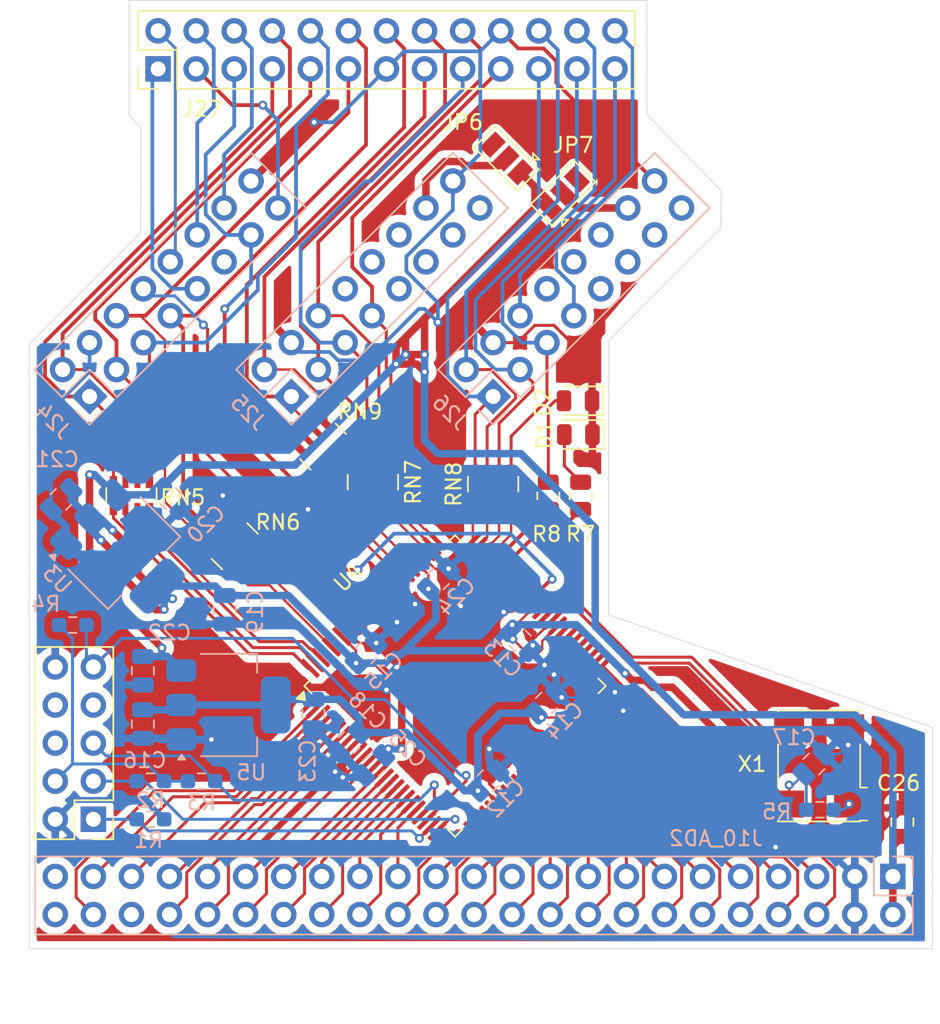
<source format=kicad_pcb>
(kicad_pcb (version 20240108) (generator "pcbnew") (generator_version "8.0")
  (layers (0 "F.Cu" signal) (31 "B.Cu" signal) (34 "B.Paste" user) (35 "F.Paste" user) (36 "B.SilkS" user "B.Silkscreen") (37 "F.SilkS" user "F.Silkscreen") (38 "B.Mask" user) (39 "F.Mask" user) (44 "Edge.Cuts" user))
  (net 0 "")
  (net 1 "GND")
  (net 2 "+3V3")
  (net 3 "/cpld_mux/ADC_DCA")
  (net 4 "/cpld_mux/ADC_B14")
  (net 5 "/cpld_mux/ADC_B0")
  (net 6 "/cpld_mux/ADC_B3")
  (net 7 "/cpld_mux/ADC_A5")
  (net 8 "/cpld_mux/ADC_A1")
  (net 9 "/cpld_mux/ADC_B4")
  (net 10 "/cpld_mux/ADC_B13")
  (net 11 "/cpld_mux/ADC_B15")
  (net 12 "/cpld_mux/ADC_A10")
  (net 13 "/cpld_mux/ADC_A14")
  (net 14 "/cpld_mux/ADC_A0")
  (net 15 "/cpld_mux/ADC_A2")
  (net 16 "/cpld_mux/ADC_B10")
  (net 17 "/cpld_mux/ADC_B8")
  (net 18 "/cpld_mux/ADC_A13")
  (net 19 "/cpld_mux/ADC_A6")
  (net 20 "/cpld_mux/ADC_CS")
  (net 21 "/cpld_mux/ADC_CLK")
  (net 22 "/cpld_mux/ADC_B9")
  (net 23 "/cpld_mux/ADC_B5")
  (net 24 "/cpld_mux/ADC_B1")
  (net 25 "/cpld_mux/ADC_OEB")
  (net 26 "/cpld_mux/ADC_B11")
  (net 27 "/cpld_mux/ADC_SCK")
  (net 28 "/cpld_mux/ADC_PWN")
  (net 29 "/cpld_mux/ADC_A11")
  (net 30 "/cpld_mux/ADC_A9")
  (net 31 "/cpld_mux/ADC_A4")
  (net 32 "/cpld_mux/ADC_DCB")
  (net 33 "/cpld_mux/ADC_A3")
  (net 34 "/cpld_mux/ADC_B7")
  (net 35 "/cpld_mux/ADC_ORB")
  (net 36 "/cpld_mux/ADC_A12")
  (net 37 "/cpld_mux/ADC_SIO")
  (net 38 "/cpld_mux/ADC_B6")
  (net 39 "/cpld_mux/ADC_B12")
  (net 40 "/cpld_mux/ADC_A8")
  (net 41 "/cpld_mux/ADC_A7")
  (net 42 "/cpld_mux/ADC_B2")
  (net 43 "/cpld_mux/ADC_ORA")
  (net 44 "/cpld_mux/ADC_A15")
  (net 45 "/cpld_mux/D1_1")
  (net 46 "/cpld_mux/CM_A_N5")
  (net 47 "/cpld_mux/CM_CLK_M3")
  (net 48 "/cpld_mux/CM_D_P4")
  (net 49 "/cpld_mux/CM_OE_M4")
  (net 50 "/cpld_mux/D1_3")
  (net 51 "/cpld_mux/D1_6")
  (net 52 "/cpld_mux/D1_5")
  (net 53 "/cpld_mux/CM_C_P3")
  (net 54 "/cpld_mux/CM_E_N4")
  (net 55 "/cpld_mux/D1_2")
  (net 56 "/cpld_mux/D1_4")
  (net 57 "/cpld_mux/CM_B_N3")
  (net 58 "/cpld_mux/CM_STB_N1")
  (net 60 "/cpld_mux/D2_5")
  (net 61 "/cpld_mux/D2_1")
  (net 62 "/cpld_mux/D2_2")
  (net 66 "/cpld_mux/VCC_J15")
  (net 67 "/cpld_mux/D2_6")
  (net 68 "/cpld_mux/D2_3")
  (net 69 "/cpld_mux/D2_4")
  (net 74 "/cpld_mux/D3_5")
  (net 76 "/cpld_mux/D3_1")
  (net 77 "/cpld_mux/D3_4")
  (net 78 "/cpld_mux/VCC_J16")
  (net 82 "/cpld_mux/D3_6")
  (net 85 "/cpld_mux/D3_3")
  (net 86 "/cpld_mux/D3_2")
  (net 87 "/cpld_mux/VCC_5V")
  (net 88 "/cpld_mux/TDI")
  (net 89 "/cpld_mux/TDO")
  (net 90 "/cpld_mux/3V3")
  (net 91 "/cpld_mux/TMS")
  (net 95 "/cpld_mux/TCK")
  (net 96 "Net-(X1-EN)")
  (net 97 "/cpld_mux/BA15")
  (net 98 "/cpld_mux/BA12")
  (net 99 "/cpld_mux/BA13")
  (net 100 "/cpld_mux/BA14")
  (net 101 "/cpld_mux/BA9")
  (net 102 "/cpld_mux/BA8")
  (net 103 "/cpld_mux/BA11")
  (net 104 "/cpld_mux/BA10")
  (net 105 "/cpld_mux/BA7")
  (net 106 "/cpld_mux/BA5")
  (net 107 "/cpld_mux/BA4")
  (net 108 "/cpld_mux/BA6")
  (net 109 "/cpld_mux/BA2")
  (net 110 "/cpld_mux/BA0")
  (net 111 "/cpld_mux/BA3")
  (net 112 "/cpld_mux/BA1")
  (net 115 "/cpld_mux/XTALCLK")
  (net 141 "+1V8")
  (net 142 "Net-(D1-A)")
  (net 143 "Net-(D2-A)")
  (net 144 "/cpld_mux/LED1")
  (net 145 "/cpld_mux/LED0")
  (footprint "Resistor_SMD:R_Array_Convex_4x0603" (layer "F.Cu") (at 35.287277 55.759885 -45)
    (property "Reference" "RN6")
    (property "Value" "R_Pack04")
  )
  (footprint "Resistor_SMD:R_Array_Convex_4x0603" (layer "F.Cu") (at 41.175333 49.109829 -45)
    (property "Reference" "RN9")
    (property "Value" "R_Pack04")
  )
  (footprint "Resistor_SMD:R_Array_Convex_4x0603" (layer "F.Cu") (at 28.390201 52.372753 -90)
    (property "Reference" "RN5")
    (property "Value" "R_Pack04")
  )
  (footprint "Connector_PinHeader_2.54mm:PinHeader_2x05_P2.54mm_Vertical" (layer "F.Cu") (at 25.850201 73.962753 180)
    (property "Reference" "JTAG1" (hide yes))
    (property "Value" "CONN_02X05")
  )
  (footprint "LED_SMD:LED_0805_2012Metric" (layer "F.Cu") (at 58.184401 46.052753 180)
    (property "Reference" "D2")
    (property "Value" "LED")
  )
  (footprint "Resistor_SMD:R_Array_Convex_4x0603" (layer "F.Cu") (at 52.520201 51.610753 -90)
    (property "Reference" "RN8")
    (property "Value" "R_Pack04")
  )
  (footprint "Resistor_SMD:R_Array_Convex_4x0603" (layer "F.Cu") (at 44.500201 51.472753 -90)
    (property "Reference" "RN7")
    (property "Value" "R_Pack04")
  )
  (footprint "Resistor_SMD:R_0805_2012Metric" (layer "F.Cu") (at 56.203201 52.396253 90)
    (property "Reference" "R8")
    (property "Value" "1k")
  )
  (footprint "Jumper:SolderJumper-3_P1.3mm_Open_Pad1.0x1.5mm" (layer "F.Cu") (at 57.188962 32.209992 45)
    (property "Reference" "JP7")
    (property "Value" "Jumper_2_Open")
  )
  (footprint "Capacitor_SMD:C_0805_2012Metric" (layer "F.Cu") (at 79.825201 74.150752 90)
    (property "Reference" "C26")
    (property "Value" "100nF")
  )
  (footprint "Connector_PinHeader_2.54mm:PinHeader_2x13_P2.54mm_Vertical" (layer "F.Cu") (at 30.168201 23.924753 90)
    (property "Reference" "J27")
    (property "Value" "Conn_02x13_Odd_Even" (hide yes))
  )
  (footprint "Resistor_SMD:R_0805_2012Metric" (layer "F.Cu") (at 58.362201 52.396253 90)
    (property "Reference" "R7")
    (property "Value" "1k")
  )
  (footprint "Jumper:SolderJumper-3_P1.3mm_Open_Pad1.0x1.5mm" (layer "F.Cu") (at 53.409201 29.893753 135)
    (property "Reference" "JP6")
    (property "Value" "Jumper_2_Open")
  )
  (footprint "Oscillator:Oscillator_SMD_Abracon_ASV-4Pin_7.0x5.1mm" (layer "F.Cu") (at 74.269201 70.406753 90)
    (property "Reference" "X1")
    (property "Value" "SG-7050CCN")
  )
  (footprint "Package_QFP:LQFP-100_14x14mm_P0.5mm" (layer "F.Cu") (at 49.980201 65.072753 45)
    (property "Reference" "U4")
    (property "Value" "EPM240T100")
  )
  (footprint "LED_SMD:LED_0805_2012Metric" (layer "F.Cu") (at 58.209801 48.308753 180)
    (property "Reference" "D1")
    (property "Value" "LED")
  )
  (footprint "Resistor_SMD:R_0603_1608Metric_Pad0.98x0.95mm_HandSolder" (layer "B.Cu") (at 29.660201 73.962753 180)
    (property "Reference" "R1")
    (property "Value" "10K")
  )
  (footprint "Capacitor_SMD:C_0805_2012Metric" (layer "B.Cu") (at 54.334952 62.061504 -45)
    (property "Reference" "C13")
    (property "Value" "100nF")
  )
  (footprint "Connector_PinSocket_2.54mm:PinSocket_2x08_P2.54mm_Vertical" (layer "B.Cu") (at 52.520201 45.768753 -45)
    (property "Reference" "J26")
    (property "Value" "Conn_02x08_Odd_Even" (hide yes))
  )
  (footprint "Capacitor_SMD:C_0805_2012Metric" (layer "B.Cu") (at 23.691201 52.626753 -135)
    (property "Reference" "C21")
    (property "Value" "C_Small")
  )
  (footprint "Capacitor_SMD:C_0805_2012Metric" (layer "B.Cu") (at 44.047952 62.877002 45)
    (property "Reference" "C15")
    (property "Value" "100nF")
  )
  (footprint "Package_TO_SOT_SMD:SOT-223-3_TabPin2" (layer "B.Cu") (at 34.867201 66.342753)
    (property "Reference" "U5")
    (property "Value" "AMS1117-1.8")
  )
  (footprint "Connector_PinSocket_2.54mm:PinSocket_2x23_P2.54mm_Vertical" (layer "B.Cu") (at 79.190201 77.772753 90)
    (property "Reference" "J10_AD2")
    (property "Value" "Conn_02x23_Odd_Even")
  )
  (footprint "Capacitor_SMD:C_0805_2012Metric" (layer "B.Cu") (at 73.920201 70.279753 45)
    (property "Reference" "C17")
    (property "Value" "100nF")
  )
  (footprint "Capacitor_SMD:C_0805_2012Metric" (layer "B.Cu") (at 29.152201 67.612753 -90)
    (property "Reference" "C16")
    (property "Value" "100nF")
  )
  (footprint "Connector_PinSocket_2.54mm:PinSocket_2x08_P2.54mm_Vertical" (layer "B.Cu") (at 25.596201 45.768753 -45)
    (property "Reference" "J24")
    (property "Value" "Conn_02x08_Odd_Even")
  )
  (footprint "Connector_PinSocket_2.54mm:PinSocket_2x08_P2.54mm_Vertical" (layer "B.Cu") (at 39.058201 45.768753 -45)
    (property "Reference" "J25")
    (property "Value" "Conn_02x08_Odd_Even")
  )
  (footprint "Capacitor_SMD:C_0805_2012Metric" (layer "B.Cu") (at 34.613201 59.992753 -90)
    (property "Reference" "C19")
    (property "Value" "100nF")
  )
  (footprint "Resistor_SMD:R_0603_1608Metric_Pad0.98x0.95mm_HandSolder" (layer "B.Cu") (at 29.660201 71.422753 180)
    (property "Reference" "R2")
    (property "Value" "10K")
  )
  (footprint "Capacitor_SMD:C_0805_2012Metric" (layer "B.Cu") (at 56.076201 66.215753 45)
    (property "Reference" "C14")
    (property "Value" "100nF")
  )
  (footprint "Resistor_SMD:R_0603_1608Metric_Pad0.98x0.95mm_HandSolder" (layer "B.Cu") (at 24.476701 61.008753)
    (property "Reference" "R4")
    (property "Value" "10K")
  )
  (footprint "Resistor_SMD:R_0603_1608Metric_Pad0.98x0.95mm_HandSolder" (layer "B.Cu") (at 74.324701 73.327753)
    (property "Reference" "R5")
    (property "Value" "R")
  )
  (footprint "Capacitor_SMD:C_0805_2012Metric" (layer "B.Cu") (at 29.152201 64.056753 -90)
    (property "Reference" "C22")
    (property "Value" "C_Small")
  )
  (footprint "Capacitor_SMD:C_0805_2012Metric" (layer "B.Cu") (at 52.175952 71.386002 45)
    (property "Reference" "C12")
    (property "Value" "100nF")
  )
  (footprint "Capacitor_SMD:C_0805_2012Metric" (layer "B.Cu") (at 40.531401 66.911752 -90)
    (property "Reference" "C23")
    (property "Value" "C_Small")
  )
  (footprint "Resistor_SMD:R_0603_1608Metric_Pad0.98x0.95mm_HandSolder" (layer "B.Cu") (at 33.065701 71.422753)
    (property "Reference" "R3")
    (property "Value" "10K")
  )
  (footprint "Capacitor_SMD:C_0805_2012Metric" (layer "B.Cu") (at 42.904952 68.846002 -135)
    (property "Reference" "C18")
    (property "Value" "100nF")
  )
  (footprint "Package_TO_SOT_SMD:SOT-223-3_TabPin2" (layer "B.Cu") (at 27.882201 56.182753 -45)
    (property "Reference" "U3")
    (property "Value" "AMS1117-3.3")
  )
  (footprint "Capacitor_SMD:C_0805_2012Metric" (layer "B.Cu") (at 31.02045 52.590002 -45)
    (property "Reference" "C20")
    (property "Value" "C_Small")
  )
  (footprint "Capacitor_SMD:C_0805_2012Metric" (layer "B.Cu") (at 48.873952 57.924002 45)
    (property "Reference" "C24")
    (property "Value" "100nF")
  )
  (footprint "Capacitor_SMD:C_0805_2012Metric" (layer "B.Cu") (at 44.555952 70.370002 -135)
    (property "Reference" "C25")
    (property "Value" "100nF")
  )
  (gr_poly (pts (xy 29.020612 27.812753) (xy 28.240612 27.032753) (xy 28.240612 19.352753) (xy 62.780612 19.352753) (xy 62.780612 26.972753) (xy 67.740612 32.052753) (xy 67.720201 34.532753) (xy 60.240612 42.032753) (xy 60.220201 60.332753) (xy 81.830201 67.832753) (xy 81.830201 82.602753) (xy 21.570612 82.602753) (xy 21.570612 42.286753) (xy 29.010612 34.852753)) (stroke (width 0.05)) (fill none) (layer "Edge.Cuts"))
  (segment (start 57.092201 65.834753) (end 57.761952 65.165002) (width 0.5) (layer "F.Cu") (net 1))
  (segment (start 40.292098 27.480753) (end 36.372508 31.400343) (width 0.25) (layer "F.Cu") (net 1))
  (segment (start 58.235673 67.67137) (end 58.523629 67.959326) (width 0.3) (layer "F.Cu") (net 1))
  (segment (start 48.837201 40.815753) (end 51.159303 40.815753) (width 0.25) (layer "F.Cu") (net 1))
  (segment (start 50.361201 59.738753) (end 49.281701 60.818253) (width 0.5) (layer "F.Cu") (net 1))
  (segment (start 51.159303 40.815753) (end 52.520201 42.176651) (width 0.25) (layer "F.Cu") (net 1))
  (segment (start 55.165801 62.008474) (end 55.165801 62.362023) (width 0.16) (layer "F.Cu") (net 1))
  (segment (start 59.147302 48.308753) (end 59.147302 47.638052) (width 0.2) (layer "F.Cu") (net 1))
  (segment (start 54.203201 22.559753) (end 55.886201 22.559753) (width 0.25) (layer "F.Cu") (net 1))
  (segment (start 52.266201 69.263753) (end 47.455747 64.453299) (width 0.5) (layer "F.Cu") (net 1))
  (segment (start 45.936205 63.421753) (end 44.719703 62.205251) (width 0.5) (layer "F.Cu") (net 1))
  (segment (start 71.265401 75.816953) (end 71.367001 75.816953) (width 0.16) (layer "F.Cu") (net 1))
  (segment (start 33.724201 68.642753) (end 37.201952 65.165002) (width 0.5) (layer "F.Cu") (net 1))
  (segment (start 50.000205 57.706753) (end 49.545703 57.252251) (width 0.5) (layer "F.Cu") (net 1))
  (segment (start 50.361201 59.738753) (end 52.824865 59.738753) (width 0.5) (layer "F.Cu") (net 1))
  (segment (start 55.695201 65.834753) (end 57.092201 65.834753) (width 0.5) (layer "F.Cu") (net 1))
  (segment (start 53.499429 60.139312) (end 53.225424 60.139312) (width 0.16) (layer "F.Cu") (net 1))
  (segment (start 54.146546 42.176651) (end 52.520201 42.176651) (width 0.2) (layer "F.Cu") (net 1))
  (segment (start 56.743201 23.416753) (end 56.743201 24.847036) (width 0.25) (layer "F.Cu") (net 1))
  (segment (start 50.361201 59.738753) (end 50.361201 57.960753) (width 0.5) (layer "F.Cu") (net 1))
  (segment (start 43.577166 62.205251) (end 44.719703 62.205251) (width 0.16) (layer "F.Cu") (net 1))
  (segment (start 56.467906 60.706369) (end 55.165801 62.008474) (width 0.16) (layer "F.Cu") (net 1))
  (segment (start 57.667071 66.409623) (end 57.092201 65.834753) (width 0.16) (layer "F.Cu") (net 1))
  (segment (start 71.289952 69.481002) (end 75.734952 69.481002) (width 0.2) (layer "F.Cu") (net 1))
  (segment (start 58.108201 59.992753) (end 58.108201 60.023195) (width 0.2) (layer "F.Cu") (net 1))
  (segment (start 62.223001 66.774553) (end 71.265401 75.816953) (width 0.16) (layer "F.Cu") (net 1))
  (segment (start 42.487201 71.168753) (end 42.360201 71.168753) (width 0.2) (layer "F.Cu") (net 1))
  (segment (start 59.121902 47.612652) (end 59.121902 46.052753) (width 0.2) (layer "F.Cu") (net 1))
  (segment (start 57.962201 59.846753) (end 58.108201 59.992753) (width 0.2) (layer "F.Cu") (net 1))
  (segment (start 76.206201 69.009753) (end 76.206201 67.929753) (width 0.16) (layer "F.Cu") (net 1))
  (segment (start 54.700139 58.938602) (end 53.499429 60.139312) (width 0.16) (layer "F.Cu") (net 1))
  (segment (start 76.206201 67.929753) (end 76.269201 67.866753) (width 0.16) (layer "F.Cu") (net 1))
  (segment (start 75.734952 69.481002) (end 76.206201 69.009753) (width 0.2) (layer "F.Cu") (net 1))
  (segment (start 46.745199 64.453299) (end 46.109123 63.817223) (width 0.5) (layer "F.Cu") (net 1))
  (segment (start 47.455747 64.453299) (end 46.745199 64.453299) (width 0.5) (layer "F.Cu") (net 1))
  (segment (start 60.322071 65.165002) (end 60.648655 65.491586) (width 0.5) (layer "F.Cu") (net 1))
  (segment (start 49.281701 60.818253) (end 46.424201 63.675753) (width 0.5) (layer "F.Cu") (net 1))
  (segment (start 46.170201 63.421753) (end 45.936205 63.421753) (width 0.5) (layer "F.Cu") (net 1))
  (segment (start 59.121902 43.559904) (end 56.588649 41.026651) (width 0.2) (layer "F.Cu") (net 1))
  (segment (start 57.327522 59.846753) (end 57.962201 59.846753) (width 0.2) (layer "F.Cu") (net 1))
  (segment (start 52.266201 71.601394) (end 52.266201 69.263753) (width 0.2) (layer "F.Cu") (net 1))
  (segment (start 53.028201 21.384753) (end 54.203201 22.559753) (width 0.25) (layer "F.Cu") (net 1))
  (segment (start 61.207001 66.723753) (end 61.257801 66.774553) (width 0.16) (layer "F.Cu") (net 1))
  (segment (start 55.886201 22.559753) (end 56.743201 23.416753) (width 0.25) (layer "F.Cu") (net 1))
  (segment (start 42.14388 70.787753) (end 41.979201 70.787753) (width 0.2) (layer "F.Cu") (net 1))
  (segment (start 51.758201 61.606535) (end 51.758201 63.167753) (width 0.5) (layer "F.Cu") (net 1))
  (segment (start 47.834131 56.463728) (end 48.622654 57.252251) (width 0.16) (layer "F.Cu") (net 1))
  (segment (start 59.147302 47.638052) (end 59.121902 47.612652) (width 0.2) (layer "F.Cu") (net 1))
  (segment (start 52.266201 69.263753) (end 55.695201 65.834753) (width 0.5) (layer "F.Cu") (net 1))
  (segment (start 50.361201 57.960753) (end 50.107201 57.706753) (width 0.5) (layer "F.Cu") (net 1))
  (segment (start 45.24645 65.165002) (end 45.408201 65.326753) (width 0.5) (layer "F.Cu") (net 1))
  (segment (start 46.424201 63.675753) (end 46.170201 63.421753) (width 0.5) (layer "F.Cu") (net 1))
  (segment (start 61.257801 66.774553) (end 62.223001 66.774553) (width 0.16) (layer "F.Cu") (net 1))
  (segment (start 79.825201 73.200753) (end 76.650201 76.375753) (width 0.5) (layer "F.Cu") (net 1))
  (segment (start 61.633759 63.548753) (end 63.061201 63.548753) (width 0.2) (layer "F.Cu") (net 1))
  (segment (start 58.235673 67.67137) (end 57.667071 67.102768) (width 0.16) (layer "F.Cu") (net 1))
  (segment (start 46.282731 63.817223) (end 46.109123 63.817223) (width 0.5) (layer "F.Cu") (net 1))
  (segment (start 37.201952 65.165002) (end 45.24645 65.165002) (width 0.5) (layer "F.Cu") (net 1))
  (segment (start 65.601202 63.548754) (end 72.332201 70.279753) (width 0.2) (layer "F.Cu") (net 1))
  (segment (start 76.650201 80.312753) (end 76.650201 77.772753) (width 0.5) (layer "F.Cu") (net 1))
  (segment (start 63.061201 63.548753) (end 65.601202 63.548754) (width 0.2) (layer "F.Cu") (net 1))
  (segment (start 53.285925 72.621118) (end 52.266201 71.601394) (width 0.2) (layer "F.Cu") (net 1))
  (segment (start 59.121902 46.052753) (end 59.121902 43.559904) (width 0.2) (layer "F.Cu") (net 1))
  (segment (start 58.108201 60.023195) (end 61.633759 63.548753) (width 0.2) (layer "F.Cu") (net 1))
  (segment (start 57.667071 67.102768) (end 57.667071 66.409623) (width 0.16) (layer "F.Cu") (net 1))
  (segment (start 55.296546 41.026651) (end 54.146546 42.176651) (width 0.2) (layer "F.Cu") (net 1))
  (segment (start 56.467906 60.706369) (end 57.327522 59.846753) (width 0.2) (layer "F.Cu") (net 1))
  (segment (start 42.360201 71.168753) (end 41.979201 70.787753) (width 0.2) (layer "F.Cu") (net 1))
  (segment (start 40.582201 27.480753) (end 40.292098 27.480753) (width 0.25) (layer "F.Cu") (net 1))
  (segment (start 42.78539 61.413475) (end 43.577166 62.205251) (width 0.16) (layer "F.Cu") (net 1))
  (segment (start 47.735137 56.463728) (end 47.834131 56.463728) (width 0.16) (layer "F.Cu") (net 1))
  (segment (start 43.84605 69.792691) (end 43.84605 69.809904) (width 0.2) (layer "F.Cu") (net 1))
  (segment (start 57.761952 65.165002) (end 60.322071 65.165002) (width 0.5) (layer "F.Cu") (net 1))
  (segment (start 76.650201 76.375753) (end 76.650201 77.772753) (width 0.5) (layer "F.Cu") (net 1))
  (segment (start 53.225424 60.139312) (end 51.758201 61.606535) (width 0.5) (layer "F.Cu") (net 1))
  (segment (start 50.107201 57.706753) (end 50.000205 57.706753) (width 0.5) (layer "F.Cu") (net 1))
  (segment (start 56.588649 41.026651) (end 55.296546 41.026651) (width 0.2) (layer "F.Cu") (net 1))
  (segment (start 51.758201 63.167753) (end 54.425201 65.834753) (width 0.5) (layer "F.Cu") (net 1))
  (segment (start 43.84605 69.809904) (end 42.487201 71.168753) (width 0.2) (layer "F.Cu") (net 1))
  (segment (start 54.425201 65.834753) (end 57.092201 65.834753) (width 0.5) (layer "F.Cu") (net 1))
  (segment (start 56.743201 24.847036) (end 63.296508 31.400343) (width 0.25) (layer "F.Cu") (net 1))
  (segment (start 43.492496 69.439137) (end 42.14388 70.787753) (width 0.2) (layer "F.Cu") (net 1))
  (segment (start 48.622654 57.252251) (end 49.545703 57.252251) (width 0.16) (layer "F.Cu") (net 1))
  (segment (start 52.824865 59.738753) (end 53.225424 60.139312) (width 0.5) (layer "F.Cu") (net 1))
  (segment (start 46.424201 63.675753) (end 46.282731 63.817223) (width 0.5) (layer "F.Cu") (net 1))
  (via (at 46.106701 60.818253) (size 0.6) (drill 0.3) (layers "F.Cu" "B.Cu") (net 1))
  (via (at 41.979201 70.787753) (size 0.6) (drill 0.3) (layers "F.Cu" "B.Cu") (net 1))
  (via (at 52.266201 69.263753) (size 0.6) (drill 0.3) (layers "F.Cu" "B.Cu") (net 1))
  (via (at 60.648655 65.491586) (size 0.6) (drill 0.3) (layers "F.Cu" "B.Cu") (net 1))
  (via (at 49.545703 57.252251) (size 0.6) (drill 0.3) (layers "F.Cu" "B.Cu") (net 1))
  (via (at 48.837201 40.815753) (size 0.6) (drill 0.3) (layers "F.Cu" "B.Cu") (net 1))
  (via (at 34.486201 52.372753) (size 0.6) (drill 0.3) (layers "F.Cu" "B.Cu") (net 1))
  (via (at 50.361201 59.738753) (size 0.6) (drill 0.3) (layers "F.Cu" "B.Cu") (net 1))
  (via (at 53.225424 60.139312) (size 0.6) (drill 0.3) (layers "F.Cu" "B.Cu") (net 1))
  (via (at 55.949201 63.675753) (size 0.6) (drill 0.3) (layers "F.Cu" "B.Cu") (net 1))
  (via (at 45.408201 65.326753) (size 0.6) (drill 0.3) (layers "F.Cu" "B.Cu") (net 1))
  (via (at 61.207001 66.723753) (size 0.6) (drill 0.3) (layers "F.Cu" "B.Cu") (net 1))
  (via (at 76.206201 69.009753) (size 0.6) (drill 0.3) (layers "F.Cu" "B.Cu") (net 1))
  (via (at 55.165801 62.362023) (size 0.6) (drill 0.3) (layers "F.Cu" "B.Cu") (net 1))
  (via (at 56.584201 64.310753) (size 0.6) (drill 0.3) (layers "F.Cu" "B.Cu") (net 1))
  (via (at 40.582201 27.480753) (size 0.6) (drill 0.3) (layers "F.Cu" "B.Cu") (net 1))
  (via (at 42.487201 71.168753) (size 0.6) (drill 0.3) (layers "F.Cu" "B.Cu") (net 1))
  (via (at 46.109123 63.817223) (size 0.6) (drill 0.3) (layers "F.Cu" "B.Cu") (net 1))
  (via (at 44.719703 62.205251) (size 0.6) (drill 0.3) (layers "F.Cu" "B.Cu") (net 1))
  (via (at 40.168403 53.294551) (size 0.6) (drill 0.3) (layers "F.Cu" "B.Cu") (net 1))
  (via (at 71.367001 75.816953) (size 0.6) (drill 0.3) (layers "F.Cu" "B.Cu") (net 1))
  (via (at 57.092201 65.834753) (size 0.6) (drill 0.3) (layers "F.Cu" "B.Cu") (net 1))
  (via (at 47.313201 59.611753) (size 0.6) (drill 0.3) (layers "F.Cu" "B.Cu") (net 1))
  (via (at 33.724201 68.642753) (size 0.6) (drill 0.3) (layers "F.Cu" "B.Cu") (net 1))
  (segment (start 38.9922 69.771753) (end 40.455201 68.308752) (width 0.5) (layer "B.Cu") (net 1))
  (segment (start 45.408201 23.924753) (end 46.583201 22.749753) (width 0.25) (layer "B.Cu") (net 1))
  (segment (start 24.735576 56.288819) (end 24.028469 55.581712) (width 0.5) (layer "B.Cu") (net 1))
  (segment (start 49.834508 31.400343) (end 49.834508 33.330745) (width 0.25) (layer "B.Cu") (net 1))
  (segment (start 24.028469 54.434523) (end 22.89245 53.298504) (width 0.5) (layer "B.Cu") (net 1))
  (segment (start 33.724201 68.642753) (end 35.897201 68.642753) (width 0.5) (layer "B.Cu") (net 1))
  (segment (start 45.160043 64.766303) (end 46.109123 63.817223) (width 0.5) (layer "B.Cu") (net 1))
  (segment (start 41.979201 70.787753) (end 41.979201 69.771753) (width 0.2) (layer "B.Cu") (net 1))
  (segment (start 71.367001 75.816953) (end 74.694401 75.816953) (width 0.16) (layer "B.Cu") (net 1))
  (segment (start 74.810201 75.932753) (end 76.650201 77.772753) (width 0.4) (layer "B.Cu") (net 1))
  (segment (start 54.882401 75.512153) (end 54.882401 72.748949) (width 0.4) (layer "B.Cu") (net 1))
  (segment (start 31.6372 68.562752) (end 31.717201 68.642753) (width 0.5) (layer "B.Cu") (net 1))
  (segment (start 31.692201 53.261753) (end 32.581201 52.372753) (width 0.5) (layer "B.Cu") (net 1))
  (segment (start 34.105201 52.372753) (end 34.486201 52.372753) (width 0.5) (layer "B.Cu") (net 1))
  (segment (start 75.607952 69.608002) (end 76.206201 69.009753) (width 0.16) (layer "B.Cu") (net 1))
  (segment (start 46.729107 36.436146) (end 46.729107 37.409548) (width 0.25) (layer "B.Cu") (net 1))
  (segment (start 46.583201 22.749753) (end 51.663201 22.749753) (width 0.25) (layer "B.Cu") (net 1))
  (segment (start 54.461801 75.932753) (end 54.882401 75.512153) (width 0.4) (layer "B.Cu") (net 1))
  (segment (start 56.747952 65.544002) (end 56.747952 64.474504) (width 0.5) (layer "B.Cu") (net 1))
  (segment (start 47.567201 39.926753) (end 47.948201 39.926753) (width 0.25) (layer "B.Cu") (net 1))
  (segment (start 23.01945 46.683802) (end 23.01945 53.298504) (width 0.25) (layer "B.Cu") (net 1))
  (segment (start 29.282701 72.672753) (end 24.600201 72.672753) (width 0.4) (layer "B.Cu") (net 1))
  (segment (start 43.250247 64.766303) (end 45.160043 64.766303) (width 0.5) (layer "B.Cu") (net 1))
  (segment (start 30.572701 73.962753) (end 29.282701 72.672753) (width 0.4) (layer "B.Cu") (net 1))
  (segment (start 39.679252 42.797702) (end 41.609653 42.797702) (width 0.25) (layer "B.Cu") (net 1))
  (segment (start 35.897201 68.642753) (end 37.026201 69.771753) (width 0.5) (layer "B.Cu") (net 1))
  (segment (start 41.979201 69.771753) (end 42.233201 69.517753) (width 0.2) (layer "B.Cu") (net 1))
  (segment (start 42.487201 71.168753) (end 43.757201 71.168753) (width 0.5) (layer "B.Cu") (net 1))
  (segment (start 74.591953 69.608002) (end 75.607952 69.608002) (width 0.16) (layer "B.Cu") (net 1))
  (segment (start 48.837201 39.517642) (end 48.837201 40.815753) (width 0.25) (layer "B.Cu") (net 1))
  (segment (start 40.455201 68.308752) (end 41.0242 68.308752) (width 0.5) (layer "B.Cu") (net 1))
  (segment (start 44.142303 43.351651) (end 47.567201 39.926753) (width 0.25) (layer "B.Cu") (net 1))
  (segment (start 37.026201 69.771753) (end 38.9922 69.771753) (width 0.5) (layer "B.Cu") (net 1))
  (segment (start 32.581201 52.372753) (end 33.724201 52.372753) (width 0.5) (layer "B.Cu") (net 1))
  (segment (start 25.139001 75.791553) (end 30.523801 75.791553) (width 0.4) (layer "B.Cu") (net 1))
  (segment (start 28.665135 56.288819) (end 24.735576 56.288819) (width 0.5) (layer "B.Cu") (net 1))
  (segment (start 49.834508 31.400343) (end 51.663201 29.57165) (width 0.25) (layer "B.Cu") (net 1))
  (segment (start 45.408201 65.326753) (end 45.408201 64.518145) (width 0.5) (layer "B.Cu") (net 1))
  (segment (start 45.408201 64.518145) (end 46.109123 63.817223) (width 0.5) (layer "B.Cu") (net 1))
  (segment (start 56.747952 64.474504) (end 55.006703 62.733255) (width 0.5) (layer "B.Cu") (net 1))
  (segment (start 49.834508 33.330745) (end 46.729107 36.436146) (width 0.25) (layer "B.Cu") (net 1))
  (segment (start 43.757201 71.168753) (end 43.884201 71.041753) (width 0.5) (layer "B.Cu") (net 1))
  (segment (start 54.196601 75.932753) (end 74.810201 75.932753) (width 0.4) (layer "B.Cu") (net 1))
  (segment (start 31.717201 68.642753) (end 33.724201 68.642753) (width 0.5) (layer "B.Cu") (net 1))
  (segment (start 41.0242 68.308752) (end 42.233201 69.517753) (width 0.5) (layer "B.Cu") (net 1))
  (segment (start 41.852201 27.480753) (end 40.582201 27.480753) (width 0.25) (layer "B.Cu") (net 1))
  (segment (start 54.882401 72.748949) (end 52.847703 70.714251) (width 0.4) (layer "B.Cu") (net 1))
  (segment (start 34.613201 60.942752) (end 39.426696 60.942752) (width 0.5) (layer "B.Cu") (net 1))
  (segment (start 42.360201 69.517753) (end 43.884201 71.041753) (width 0.5) (layer "B.Cu") (net 1))
  (segment (start 41.609653 42.797702) (end 42.163602 43.351651) (width 0.25) (layer "B.Cu") (net 1))
  (segment (start 54.196601 75.932753) (end 54.461801 75.932753) (width 0.4) (layer "B.Cu") (net 1))
  (segment (start 38.9922 69.771753) (end 41.090201 69.771753) (width 0.5) (layer "B.Cu") (net 1))
  (segment (start 31.692201 53.261753) (end 28.665135 56.288819) (width 0.5) (layer "B.Cu") (net 1))
  (segment (start 30.665001 75.932753) (end 54.196601 75.932753) (width 0.4) (layer "B.Cu") (net 1))
  (segment (start 33.724201 52.372753) (end 39.246605 52.372753) (width 0.5) (layer "B.Cu") (net 1))
  (segment (start 57.092201 65.834753) (end 60.318001 65.834753) (width 0.16) (layer "B.Cu") (net 1))
  (segment (start 44.719703 62.205251) (end 47.313201 59.611753) (width 0.5) (layer "B.Cu") (net 1))
  (segment (start 45.408201 23.924753) (end 41.852201 27.480753) (width 0.25) (layer "B.Cu") (net 1))
  (segment (start 39.426696 60.942752) (end 43.250247 64.766303) (width 0.5) (layer "B.Cu") (net 1))
  (segment (start 41.090201 69.771753) (end 42.487201 71.168753) (width 0.5) (layer "B.Cu") (net 1))
  (segment (start 52.266201 70.132749) (end 52.847703 70.714251) (width 0.5) (layer "B.Cu") (net 1))
  (segment (start 74.694401 75.816953) (end 76.650201 77.772753) (width 0.16) (layer "B.Cu") (net 1))
  (segment (start 25.596201 42.176651) (end 25.596201 44.107051) (width 0.25) (layer "B.Cu") (net 1))
  (segment (start 39.246605 52.372753) (end 40.168403 53.294551) (width 0.5) (layer "B.Cu") (net 1))
  (segment (start 51.663201 22.749753) (end 53.028201 21.384753) (width 0.25) (layer "B.Cu") (net 1))
  (segment (start 42.233201 71.041753) (end 43.884201 71.041753) (width 0.2) (layer "B.Cu") (net 1))
  (segment (start 39.058201 42.176651) (end 39.679252 42.797702) (width 0.25) (layer "B.Cu") (net 1))
  (segment (start 29.152201 68.562752) (end 31.6372 68.562752) (width 0.5) (layer "B.Cu") (net 1))
  (segment (start 42.233201 69.517753) (end 42.360201 69.517753) (width 0.5) (layer "B.Cu") (net 1))
  (segment (start 60.318001 65.834753) (end 61.207001 66.723753) (width 0.16) (layer "B.Cu") (net 1))
  (segment (start 57.092201 65.834753) (end 57.219201 65.707753) (width 0.5) (layer "B.Cu") (net 1))
  (segment (start 33.724201 52.372753) (end 34.105201 52.372753) (width 0.5) (layer "B.Cu") (net 1))
  (segment (start 41.979201 70.787753) (end 42.233201 71.041753) (width 0.2) (layer "B.Cu") (net 1))
  (segment (start 52.266201 69.263753) (end 52.266201 70.132749) (width 0.5) (layer "B.Cu") (net 1))
  (segment (start 76.650201 75.969353) (end 75.608801 74.927953) (width 0.16) (layer "B.Cu") (net 1))
  (segment (start 24.028469 55.581712) (end 24.028469 54.434523) (width 0.5) (layer "B.Cu") (net 1))
  (segment (start 76.650201 77.772753) (end 76.650201 75.969353) (width 0.16) (layer "B.Cu") (net 1))
  (segment (start 30.523801 75.791553) (end 30.665001 75.932753) (width 0.4) (layer "B.Cu") (net 1))
  (segment (start 51.663201 29.57165) (end 51.663201 22.749753) (width 0.25) (layer "B.Cu") (net 1))
  (segment (start 23.310201 73.962753) (end 25.139001 75.791553) (width 0.4) (layer "B.Cu") (net 1))
  (segment (start 25.596201 44.107051) (end 23.01945 46.683802) (width 0.25) (layer "B.Cu") (net 1))
  (segment (start 42.163602 43.351651) (end 44.142303 43.351651) (width 0.25) (layer "B.Cu") (net 1))
  (segment (start 24.600201 72.672753) (end 23.310201 73.962753) (width 0.4) (layer "B.Cu") (net 1))
  (segment (start 46.729107 37.409548) (end 48.837201 39.517642) (width 0.25) (layer "B.Cu") (net 1))
  (segment (start 47.948201 39.926753) (end 48.837201 40.815753) (width 0.25) (layer "B.Cu") (net 1))
  (segment (start 43.376201 62.711394) (end 43.376201 63.548753) (width 0.16) (layer "F.Cu") (net 2))
  (segment (start 46.424201 65.211382) (end 44.761572 63.548753) (width 0.5) (layer "F.Cu") (net 2))
  (segment (start 71.308601 72.086153) (end 71.308601 71.983535) (width 0.5) (layer "F.Cu") (net 2))
  (segment (start 54.063338 60.989616) (end 53.793395 60.989616) (width 0.16) (layer "F.Cu") (net 2))
  (segment (start 55.795801 62.08558) (end 55.795801 62.622978) (width 0.16) (layer "F.Cu") (net 2))
  (segment (start 61.788136 64.691753) (end 61.323125 64.226742) (width 0.5) (layer "F.Cu") (net 2))
  (segment (start 45.535201 69.263753) (end 45.535201 69.517753) (width 0.2) (layer "F.Cu") (net 2))
  (segment (start 45.535201 69.517753) (end 44.553156 70.499798) (width 0.2) (layer "F.Cu") (net 2))
  (segment (start 72.269201 72.946753) (end 72.169201 72.946753) (width 0.5) (layer "F.Cu") (net 2))
  (segment (start 28.822001 57.579753) (end 30.498401 59.256153) (width 0.5) (layer "F.Cu") (net 2))
  (segment (start 30.041201 59.992753) (end 30.549201 59.992753) (width 0.5) (layer "F.Cu") (net 2))
  (segment (start 64.482819 65.157753) (end 63.146201 65.157753) (width 0.5) (layer "F.Cu") (net 2))
  (segment (start 72.169201 72.946753) (end 71.308601 72.086153) (width 0.5) (layer "F.Cu") (net 2))
  (segment (start 63.146201 65.157753) (end 62.680201 64.691753) (width 0.5) (layer "F.Cu") (net 2))
  (segment (start 48.202201 57.637898) (end 48.202201 58.595753) (width 0.16) (layer "F.Cu") (net 2))
  (segment (start 56.821459 61.059922) (end 55.795801 62.08558) (width 0.16) (layer "F.Cu") (net 2))
  (segment (start 47.381584 56.817281) (end 48.202201 57.637898) (width 0.16) (layer "F.Cu") (net 2))
  (segment (start 44.761572 63.548753) (end 43.376201 63.548753) (width 0.5) (layer "F.Cu") (net 2))
  (segment (start 72.269201 72.946753) (end 72.269201 71.676752) (width 0.16) (layer "F.Cu") (net 2))
  (segment (start 42.431836 61.767029) (end 43.376201 62.711394) (width 0.16) (layer "F.Cu") (net 2))
  (segment (start 28.822001 56.385953) (end 28.822001 57.579753) (width 0.5) (layer "F.Cu") (net 2))
  (segment (start 46.424201 69.263753) (end 46.424201 65.211382) (width 0.5) (layer "F.Cu") (net 2))
  (segment (start 62.680201 64.691753) (end 61.788136 64.691753) (width 0.5) (layer "F.Cu") (net 2))
  (segment (start 26.358201 55.344553) (end 28.009201 56.995553) (width 0.5) (layer "F.Cu") (net 2))
  (segment (start 30.549201 59.992753) (end 30.574601 59.967353) (width 0.5) (layer "F.Cu") (net 2))
  (segment (start 55.407246 59.645708) (end 54.063338 60.989616) (width 0.16) (layer "F.Cu") (net 2))
  (segment (start 30.498401 59.256153) (end 31.133401 59.256153) (width 0.5) (layer "F.Cu") (net 2))
  (segment (start 27.120201 54.684153) (end 28.822001 56.385953) (width 0.5) (layer "F.Cu") (net 2))
  (segment (start 54.884471 62.992023) (end 53.843699 61.951251) (width 0.16) (layer "F.Cu") (net 2))
  (segment (start 30.015801 59.992753) (end 30.041201 59.992753) (width 0.5) (layer "F.Cu") (net 2))
  (segment (start 55.426756 62.992023) (end 54.884471 62.992023) (width 0.16) (layer "F.Cu") (net 2))
  (segment (start 28.009201 56.995553) (end 28.009201 57.986153) (width 0.5) (layer "F.Cu") (net 2))
  (segment (start 28.009201 57.986153) (end 30.015801 59.992753) (width 0.5) (layer "F.Cu") (net 2))
  (segment (start 55.795801 62.622978) (end 55.426756 62.992023) (width 0.16) (layer "F.Cu") (net 2))
  (segment (start 71.308601 71.983535) (end 64.482819 65.157753) (width 0.5) (layer "F.Cu") (net 2))
  (via (at 30.574601 59.967353) (size 0.6) (drill 0.3) (layers "F.Cu" "B.Cu") (net 2))
  (via (at 48.202201 58.595753) (size 0.6) (drill 0.3) (layers "F.Cu" "B.Cu") (net 2))
  (via (at 26.358201 55.344553) (size 0.6) (drill 0.3) (layers "F.Cu" "B.Cu") (net 2))
  (via (at 27.120201 54.684153) (size 0.6) (drill 0.3) (layers "F.Cu" "B.Cu") (net 2))
  (via (at 61.323125 64.226742) (size 0.6) (drill 0.3) (layers "F.Cu" "B.Cu") (net 2))
  (via (at 53.843699 61.951251) (size 0.6) (drill 0.3) (layers "F.Cu" "B.Cu") (net 2))
  (via (at 43.376201 63.548753) (size 0.6) (drill 0.3) (layers "F.Cu" "B.Cu") (net 2))
  (via (at 45.535201 69.263753) (size 0.6) (drill 0.3) (layers "F.Cu" "B.Cu") (net 2))
  (via (at 53.793395 60.989616) (size 0.6) (drill 0.3) (layers "F.Cu" "B.Cu") (net 2))
  (via (at 31.133401 59.256153) (size 0.6) (drill 0.3) (layers "F.Cu" "B.Cu") (net 2))
  (via (at 72.269201 71.676752) (size 0.6) (drill 0.3) (layers "F.Cu" "B.Cu") (net 2))
  (via (at 46.424201 69.263753) (size 0.6) (drill 0.3) (layers "F.Cu" "B.Cu") (net 2))
  (segment (start 72.269201 71.676752) (end 72.523201 71.676753) (width 0.16) (layer "B.Cu") (net 2))
  (segment (start 58.085999 60.989616) (end 61.323125 64.226742) (width 0.5) (layer "B.Cu") (net 2))
  (segment (start 24.362952 52.663504) (end 25.654815 53.955367) (width 0.5) (layer "B.Cu") (net 2))
  (segment (start 34.613201 59.042754) (end 38.870202 59.042754) (width 0.5) (layer "B.Cu") (net 2))
  (segment (start 45.227703 69.571251) (end 45.535201 69.263753) (width 0.2) (layer "B.Cu") (net 2))
  (segment (start 53.793395 60.989616) (end 58.085999 60.989616) (width 0.5) (layer "B.Cu") (net 2))
  (segment (start 30.574601 59.967353) (end 30.574601 58.875153) (width 0.5) (layer "B.Cu") (net 2))
  (segment (start 30.574601 58.875153) (end 30.109587 58.410139) (width 0.5) (layer "B.Cu") (net 2))
  (segment (start 25.654815 53.955367) (end 25.654815 54.641167) (width 0.5) (layer "B.Cu") (net 2))
  (segment (start 33.980586 58.410139) (end 34.613201 59.042754) (width 0.5) (layer "B.Cu") (net 2))
  (segment (start 24.362952 51.955002) (end 24.362952 52.663504) (width 0.5) (layer "B.Cu") (net 2))
  (segment (start 53.843699 61.03992) (end 53.793395 60.989616) (width 0.16) (layer "B.Cu") (net 2))
  (segment (start 53.843699 61.951251) (end 53.843699 61.03992) (width 0.16) (layer "B.Cu") (net 2))
  (segment (start 48.710201 60.627753) (end 48.710201 59.103753) (width 0.5) (layer "B.Cu") (net 2))
  (segment (start 25.654815 53.955367) (end 26.391415 53.955367) (width 0.5) (layer "B.Cu") (net 2))
  (segment (start 45.535201 69.263753) (end 46.424201 69.263753) (width 0.5) (layer "B.Cu") (net 2))
  (segment (start 46.614701 62.723253) (end 52.059758 62.723253) (width 0.5) (layer "B.Cu") (net 2))
  (segment (start 46.360701 62.977253) (end 48.710201 60.627753) (width 0.5) (layer "B.Cu") (net 2))
  (segment (start 26.391415 53.955367) (end 27.120201 54.684153) (width 0.5) (layer "B.Cu") (net 2))
  (segment (start 72.523201 71.676753) (end 73.248451 70.951504) (width 0.16) (layer "B.Cu") (net 2))
  (segment (start 45.88406 62.977253) (end 46.360701 62.977253) (width 0.5) (layer "B.Cu") (net 2))
  (segment (start 30.955601 59.256153) (end 30.109587 58.410139) (width 0.5) (layer "B.Cu") (net 2))
  (segment (start 30.109587 58.410139) (end 33.980586 58.410139) (width 0.5) (layer "B.Cu") (net 2))
  (segment (start 25.654815 54.641167) (end 26.358201 55.344553) (width 0.5) (layer "B.Cu") (net 2))
  (segment (start 73.412201 71.115255) (end 73.248451 70.951504) (width 0.2) (layer "B.Cu") (net 2))
  (segment (start 52.059758 62.723253) (end 53.793395 60.989616) (width 0.5) (layer "B.Cu") (net 2))
  (segment (start 31.133401 59.256153) (end 30.955601 59.256153) (width 0.5) (layer "B.Cu") (net 2))
  (segment (start 45.31256 63.548753) (end 45.88406 62.977253) (width 0.5) (layer "B.Cu") (net 2))
  (segment (start 73.412201 73.327753) (end 73.412201 71.115255) (width 0.2) (layer "B.Cu") (net 2))
  (segment (start 38.870202 59.042754) (end 43.376201 63.548753) (width 0.5) (layer "B.Cu") (net 2))
  (segment (start 43.376201 63.548753) (end 45.31256 63.548753) (width 0.5) (layer "B.Cu") (net 2))
  (segment (start 45.227703 69.698251) (end 45.227703 69.571251) (width 0.2) (layer "B.Cu") (net 2))
  (segment (start 48.710201 59.103753) (end 48.202201 58.595753) (width 0.5) (layer "B.Cu") (net 2))
  (segment (start 46.360701 62.977253) (end 46.614701 62.723253) (width 0.5) (layer "B.Cu") (net 2))
  (segment (start 51.250202 77.772753) (end 53.047201 75.975754) (width 0.2) (layer "F.Cu") (net 3))
  (segment (start 53.047201 75.975754) (end 53.047201 74.503714) (width 0.2) (layer "F.Cu") (net 3))
  (segment (start 53.047201 74.503714) (end 52.225265 73.681778) (width 0.2) (layer "F.Cu") (net 3))
  (segment (start 56.330201 77.772753) (end 56.330201 74.25118) (width 0.2) (layer "F.Cu") (net 4))
  (segment (start 56.330201 74.25118) (end 53.993032 71.914011) (width 0.2) (layer "F.Cu") (net 4))
  (segment (start 71.63624 75.166953) (end 72.017001 75.547714) (width 0.2) (layer "F.Cu") (net 5))
  (segment (start 62.542202 66.073753) (end 69.511801 73.043352) (width 0.2) (layer "F.Cu") (net 5))
  (segment (start 60.754358 66.257157) (end 60.937762 66.073753) (width 0.2) (layer "F.Cu") (net 5))
  (segment (start 72.017001 75.679552) (end 74.110202 77.772753) (width 0.2) (layer "F.Cu") (net 5))
  (segment (start 69.511801 73.255039) (end 71.423715 75.166953) (width 0.2) (layer "F.Cu") (net 5))
  (segment (start 69.511801 73.043352) (end 69.511801 73.255039) (width 0.2) (layer "F.Cu") (net 5))
  (segment (start 60.937762 66.073753) (end 62.542202 66.073753) (width 0.2) (layer "F.Cu") (net 5))
  (segment (start 71.423715 75.166953) (end 71.63624 75.166953) (width 0.2) (layer "F.Cu") (net 5))
  (segment (start 59.649886 66.257157) (end 60.754358 66.257157) (width 0.2) (layer "F.Cu") (net 5))
  (segment (start 72.017001 75.547714) (end 72.017001 75.679552) (width 0.2) (layer "F.Cu") (net 5))
  (segment (start 61.297547 68.173753) (end 70.180201 77.056407) (width 0.2) (layer "F.Cu") (net 6))
  (segment (start 70.180201 79.162753) (end 69.030201 80.312753) (width 0.2) (layer "F.Cu") (net 6))
  (segment (start 70.180201 77.056407) (end 70.180201 79.162753) (width 0.2) (layer "F.Cu") (net 6))
  (segment (start 59.445162 68.173753) (end 61.297547 68.173753) (width 0.2) (layer "F.Cu") (net 6))
  (segment (start 58.589226 67.317817) (end 59.445162 68.173753) (width 0.2) (layer "F.Cu") (net 6))
  (segment (start 43.630201 75.665394) (end 46.674477 72.621118) (width 0.2) (layer "F.Cu") (net 7))
  (segment (start 43.630201 77.772753) (end 43.630201 75.665394) (width 0.2) (layer "F.Cu") (net 7))
  (segment (start 48.710201 77.772753) (end 50.761201 75.721753) (width 0.2) (layer "F.Cu") (net 8))
  (segment (start 50.761201 75.721753) (end 51.777201 75.721753) (width 0.2) (layer "F.Cu") (net 8))
  (segment (start 51.777201 75.721753) (end 52.10676 75.392194) (width 0.2) (layer "F.Cu") (net 8))
  (segment (start 52.10676 74.977487) (end 51.518158 74.388885) (width 0.2) (layer "F.Cu") (net 8))
  (segment (start 52.10676 75.392194) (end 52.10676 74.977487) (width 0.2) (layer "F.Cu") (net 8))
  (segment (start 57.599276 68.378477) (end 58.187878 68.967079) (width 0.2) (layer "F.Cu") (net 9))
  (segment (start 58.187878 68.967079) (end 60.224527 68.967079) (width 0.2) (layer "F.Cu") (net 9))
  (segment (start 60.224527 68.967079) (end 69.030201 77.772753) (width 0.2) (layer "F.Cu") (net 9))
  (segment (start 56.330201 80.312753) (end 57.480201 79.162753) (width 0.2) (layer "F.Cu") (net 10))
  (segment (start 57.480201 74.694074) (end 54.346585 71.560458) (width 0.2) (layer "F.Cu") (net 10))
  (segment (start 57.480201 79.162753) (end 57.480201 74.694074) (width 0.2) (layer "F.Cu") (net 10))
  (segment (start 55.180201 73.737576) (end 53.772289 72.329664) (width 0.2) (layer "F.Cu") (net 11))
  (segment (start 55.180201 78.922753) (end 55.180201 73.737576) (width 0.2) (layer "F.Cu") (net 11))
  (segment (start 53.790201 80.312753) (end 55.180201 78.922753) (width 0.2) (layer "F.Cu") (net 11))
  (segment (start 39.765308 75.994753) (end 44.90671 70.853351) (width 0.2) (layer "F.Cu") (net 12))
  (segment (start 37.4002 78.922754) (end 37.4002 77.296407) (width 0.2) (layer "F.Cu") (net 12))
  (segment (start 36.010201 80.312753) (end 37.4002 78.922754) (width 0.2) (layer "F.Cu") (net 12))
  (segment (start 38.701854 75.994753) (end 39.765308 75.994753) (width 0.2) (layer "F.Cu") (net 12))
  (segment (start 37.4002 77.296407) (end 38.701854 75.994753) (width 0.2) (layer "F.Cu") (net 12))
  (segment (start 37.118454 72.984753) (end 42.078283 68.024924) (width 0.2) (layer "F.Cu") (net 13))
  (segment (start 36.607201 72.984753) (end 37.118454 72.984753) (width 0.2) (layer "F.Cu") (net 13))
  (segment (start 32.080201 79.162753) (end 32.080201 77.511753) (width 0.2) (layer "F.Cu") (net 13))
  (segment (start 32.080201 77.511753) (end 36.607201 72.984753) (width 0.2) (layer "F.Cu") (net 13))
  (segment (start 30.930201 80.312753) (end 32.080201 79.162753) (width 0.2) (layer "F.Cu") (net 13))
  (segment (start 51.942887 76.121753) (end 52.647201 75.417439) (width 0.2) (layer "F.Cu") (net 14))
  (segment (start 50.100202 77.296407) (end 51.274856 76.121753) (width 0.2) (layer "F.Cu") (net 14))
  (segment (start 52.647201 75.417439) (end 52.647201 74.81082) (width 0.2) (layer "F.Cu") (net 14))
  (segment (start 51.274856 76.121753) (end 51.942887 76.121753) (width 0.2) (layer "F.Cu") (net 14))
  (segment (start 52.647201 74.81082) (end 51.871712 74.035331) (width 0.2) (layer "F.Cu") (net 14))
  (segment (start 48.710201 80.312753) (end 50.100202 78.922752) (width 0.2) (layer "F.Cu") (net 14))
  (segment (start 50.100202 78.922752) (end 50.100202 77.296407) (width 0.2) (layer "F.Cu") (net 14))
  (segment (start 47.560201 78.922753) (end 47.560201 77.271753) (width 0.2) (layer "F.Cu") (net 15))
  (segment (start 50.089516 74.742438) (end 51.164605 74.742438) (width 0.2) (layer "F.Cu") (net 15))
  (segment (start 47.560201 77.271753) (end 50.089516 74.742438) (width 0.2) (layer "F.Cu") (net 15))
  (segment (start 46.170201 80.312753) (end 47.560201 78.922753) (width 0.2) (layer "F.Cu") (net 15))
  (segment (start 61.4102 76.502752) (end 61.4102 77.772753) (width 0.2) (layer "F.Cu") (net 16))
  (segment (start 55.407246 70.499798) (end 61.4102 76.502752) (width 0.2) (layer "F.Cu") (net 16))
  (segment (start 63.950201 77.62854) (end 63.950201 77.772753) (width 0.2) (layer "F.Cu") (net 17))
  (segment (start 56.114352 69.792691) (end 63.950201 77.62854) (width 0.2) (layer "F.Cu") (net 17))
  (segment (start 33.470201 77.340112) (end 42.431836 68.378477) (width 0.2) (layer "F.Cu") (net 18))
  (segment (start 33.470201 77.772753) (end 33.470201 77.340112) (width 0.2) (layer "F.Cu") (net 18))
  (segment (start 41.090201 80.312753) (end 42.480201 78.922753) (width 0.2) (layer "F.Cu") (net 19))
  (segment (start 42.480201 78.922753) (end 42.480201 76.108286) (width 0.2) (layer "F.Cu") (net 19))
  (segment (start 42.480201 76.108286) (end 46.320923 72.267564) (width 0.2) (layer "F.Cu") (net 19))
  (segment (start 31.165201 72.457753) (end 35.382713 72.457753) (width 0.2) (layer "F.Cu") (net 20))
  (segment (start 40.946911 66.964264) (end 41.017623 66.964264) (width 0.2) (layer "F.Cu") (net 20))
  (segment (start 35.382713 72.457753) (end 40.287601 67.552865) (width 0.2) (layer "F.Cu") (net 20))
  (segment (start 40.287601 67.552865) (end 40.35831 67.552865) (width 0.2) (layer "F.Cu") (net 20))
  (segment (start 40.35831 67.552865) (end 40.946911 66.964264) (width 0.2) (layer "F.Cu") (net 20))
  (segment (start 25.850201 77.772753) (end 31.165201 72.457753) (width 0.2) (layer "F.Cu") (net 20))
  (segment (start 59.964657 63.888349) (end 61.372534 65.296226) (width 0.2) (layer "F.Cu") (net 21))
  (segment (start 75.304001 79.118953) (end 74.110201 80.312753) (width 0.2) (layer "F.Cu") (net 21))
  (segment (start 62.406561 65.296226) (end 69.911801 72.801466) (width 0.2) (layer "F.Cu") (net 21))
  (segment (start 59.649886 63.888349) (end 59.964657 63.888349) (width 0.2) (layer "F.Cu") (net 21))
  (segment (start 72.780801 74.766953) (end 75.304001 77.290153) (width 0.2) (layer "F.Cu") (net 21))
  (segment (start 71.589401 74.766953) (end 72.780801 74.766953) (width 0.2) (layer "F.Cu") (net 21))
  (segment (start 69.911801 73.089353) (end 71.589401 74.766953) (width 0.2) (layer "F.Cu") (net 21))
  (segment (start 69.911801 72.801466) (end 69.911801 73.089353) (width 0.2) (layer "F.Cu") (net 21))
  (segment (start 61.372534 65.296226) (end 62.406561 65.296226) (width 0.2) (layer "F.Cu") (net 21))
  (segment (start 75.304001 77.290153) (end 75.304001 79.118953) (width 0.2) (layer "F.Cu") (net 21))
  (segment (start 62.5602 76.945645) (end 62.5602 79.162754) (width 0.2) (layer "F.Cu") (net 22))
  (segment (start 62.5602 79.162754) (end 61.410201 80.312753) (width 0.2) (layer "F.Cu") (net 22))
  (segment (start 55.760799 70.146244) (end 62.5602 76.945645) (width 0.2) (layer "F.Cu") (net 22))
  (segment (start 57.880772 69.367079) (end 59.710873 69.367079) (width 0.2) (layer "F.Cu") (net 23))
  (segment (start 67.640201 77.296407) (end 67.640201 79.162753) (width 0.2) (layer "F.Cu") (net 23))
  (segment (start 57.175012 68.732031) (end 57.245724 68.732031) (width 0.2) (layer "F.Cu") (net 23))
  (segment (start 57.245724 68.732031) (end 57.880772 69.367079) (width 0.2) (layer "F.Cu") (net 23))
  (segment (start 59.710873 69.367079) (end 67.640201 77.296407) (width 0.2) (layer "F.Cu") (net 23))
  (segment (start 67.640201 79.162753) (end 66.490201 80.312753) (width 0.2) (layer "F.Cu") (net 23))
  (segment (start 71.890747 76.466953) (end 72.840201 77.416407) (width 0.2) (layer "F.Cu") (net 24))
  (segment (start 72.840201 79.042753) (end 71.570201 80.312753) (width 0.2) (layer "F.Cu") (net 24))
  (segment (start 62.004562 67.373753) (end 71.097762 76.466953) (width 0.2) (layer "F.Cu") (net 24))
  (segment (start 59.884935 67.199312) (end 60.763321 67.199312) (width 0.2) (layer "F.Cu") (net 24))
  (segment (start 60.763321 67.199312) (end 60.937762 67.373753) (width 0.2) (layer "F.Cu") (net 24))
  (segment (start 72.840201 77.416407) (end 72.840201 79.042753) (width 0.2) (layer "F.Cu") (net 24))
  (segment (start 59.296333 66.61071) (end 59.884935 67.199312) (width 0.2) (layer "F.Cu") (net 24))
  (segment (start 71.097762 76.466953) (end 71.890747 76.466953) (width 0.2) (layer "F.Cu") (net 24))
  (segment (start 60.937762 67.373753) (end 62.004562 67.373753) (width 0.2) (layer "F.Cu") (net 24))
  (segment (start 60.2602 76.059859) (end 55.053692 70.853351) (width 0.2) (layer "F.Cu") (net 26))
  (segment (start 60.2602 78.922754) (end 60.2602 76.059859) (width 0.2) (layer "F.Cu") (net 26))
  (segment (start 58.870201 80.312753) (end 60.2602 78.922754) (width 0.2) (layer "F.Cu") (net 26))
  (segment (start 24.700201 77.296407) (end 24.700201 79.162753) (width 0.2) (layer "F.Cu") (net 27))
  (segment (start 29.938855 72.057753) (end 24.700201 77.296407) (width 0.2) (layer "F.Cu") (net 27))
  (segment (start 24.700201 79.162753) (end 25.850201 80.312753) (width 0.2) (layer "F.Cu") (net 27))
  (segment (start 40.664069 66.61071) (end 35.217026 72.057753) (width 0.2) (layer "F.Cu") (net 27))
  (segment (start 35.217026 72.057753) (end 29.938855 72.057753) (width 0.2) (layer "F.Cu") (net 27))
  (segment (start 43.137201 71.208646) (end 44.199603 70.146244) (width 0.2) (layer "F.Cu") (net 29))
  (segment (start 42.75644 71.818753) (end 43.137201 71.437992) (width 0.2) (layer "F.Cu") (net 29))
  (segment (start 43.137201 71.437992) (end 43.137201 71.208646) (width 0.2) (layer "F.Cu") (net 29))
  (segment (start 41.964201 71.818753) (end 42.75644 71.818753) (width 0.2) (layer "F.Cu") (net 29))
  (segment (start 36.010201 77.772753) (end 41.964201 71.818753) (width 0.2) (layer "F.Cu") (net 29))
  (segment (start 38.5502 77.772753) (end 38.694414 77.772753) (width 0.2) (layer "F.Cu") (net 30))
  (segment (start 38.694414 77.772753) (end 45.260263 71.206904) (width 0.2) (layer "F.Cu") (net 30))
  (segment (start 43.630201 80.312753) (end 45.020201 78.922753) (width 0.2) (layer "F.Cu") (net 31))
  (segment (start 45.020201 78.922753) (end 45.020201 74.9825) (width 0.2) (layer "F.Cu") (net 31))
  (segment (start 45.020201 74.9825) (end 47.02803 72.974671) (width 0.2) (layer "F.Cu") (net 31))
  (segment (start 53.447201 74.196608) (end 52.578818 73.328225) (width 0.2) (layer "F.Cu") (net 32))
  (segment (start 52.640201 77.017753) (end 53.447201 76.210753) (width 0.2) (layer "F.Cu") (net 32))
  (segment (start 51.250201 80.312753) (end 52.640201 78.922753) (width 0.2) (layer "F.Cu") (net 32))
  (segment (start 52.640201 78.922753) (end 52.640201 77.017753) (width 0.2) (layer "F.Cu") (net 32))
  (segment (start 53.447201 76.210753) (end 53.447201 74.196608) (width 0.2) (layer "F.Cu") (net 32))
  (segment (start 46.170201 74.539608) (end 47.381584 73.328225) (width 0.2) (layer "F.Cu") (net 33))
  (segment (start 46.170201 77.772753) (end 46.170201 74.539608) (width 0.2) (layer "F.Cu") (net 33))
  (segment (start 56.467906 69.439137) (end 57.195848 70.167079) (width 0.2) (layer "F.Cu") (net 34))
  (segment (start 57.195848 70.167079) (end 58.210873 70.167079) (width 0.2) (layer "F.Cu") (net 34))
  (segment (start 65.100201 77.056407) (end 65.100201 79.162753) (width 0.2) (layer "F.Cu") (net 34))
  (segment (start 58.210873 70.167079) (end 65.100201 77.056407) (width 0.2) (layer "F.Cu") (net 34))
  (segment (start 65.100201 79.162753) (end 63.950201 80.312753) (width 0.2) (layer "F.Cu") (net 34))
  (segment (start 34.860201 76.65722) (end 42.78539 68.732031) (width 0.2) (layer "F.Cu") (net 36))
  (segment (start 33.470201 80.312753) (end 34.860201 78.922753) (width 0.2) (layer "F.Cu") (net 36))
  (segment (start 34.860201 78.922753) (end 34.860201 76.65722) (width 0.2) (layer "F.Cu") (net 36))
  (segment (start 40.453285 67.952865) (end 35.548397 72.857753) (width 0.2) (layer "F.Cu") (net 37))
  (segment (start 40.736128 67.952865) (end 40.453285 67.952865) (width 0.2) (layer "F.Cu") (net 37))
  (segment (start 41.371176 67.317817) (end 40.736128 67.952865) (width 0.2) (layer "F.Cu") (net 37))
  (segment (start 35.548397 72.857753) (end 33.305202 72.857753) (width 0.2) (layer "F.Cu") (net 37))
  (segment (start 33.305202 72.857753) (end 28.390202 77.772753) (width 0.2) (layer "F.Cu") (net 37))
  (segment (start 57.622193 69.674186) (end 57.410061 69.674186) (width 0.2) (layer "F.Cu") (net 38))
  (segment (start 57.715086 69.767079) (end 57.622193 69.674186) (width 0.2) (layer "F.Cu") (net 38))
  (segment (start 58.484527 69.767079) (end 57.715086 69.767079) (width 0.2) (layer "F.Cu") (net 38))
  (segment (start 57.410061 69.674186) (end 56.821459 69.085584) (width 0.2) (layer "F.Cu") (net 38))
  (segment (start 66.490201 77.772753) (end 58.484527 69.767079) (width 0.2) (layer "F.Cu") (net 38))
  (segment (start 58.870201 75.376966) (end 58.870201 77.772753) (width 0.2) (layer "F.Cu") (net 39))
  (segment (start 54.700139 71.206904) (end 58.870201 75.376966) (width 0.2) (layer "F.Cu") (net 39))
  (segment (start 39.940202 78.922752) (end 39.940202 77.234073) (width 0.2) (layer "F.Cu") (net 40))
  (segment (start 39.940202 77.234073) (end 45.613817 71.560458) (width 0.2) (layer "F.Cu") (net 40))
  (segment (start 38.550201 80.312753) (end 39.940202 78.922752) (width 0.2) (layer "F.Cu") (net 40))
  (segment (start 41.090202 76.791179) (end 45.96737 71.914011) (width 0.2) (layer "F.Cu") (net 41))
  (segment (start 41.090202 77.772753) (end 41.090202 76.791179) (width 0.2) (layer "F.Cu") (net 41))
  (segment (start 60.772076 67.773753) (end 61.571201 67.773753) (width 0.2) (layer "F.Cu") (net 42))
  (segment (start 59.577827 67.599312) (end 60.597635 67.599312) (width 0.2) (layer "F.Cu") (net 42))
  (segment (start 58.942779 66.964264) (end 59.577827 67.599312) (width 0.2) (layer "F.Cu") (net 42))
  (segment (start 60.597635 67.599312) (end 60.772076 67.773753) (width 0.2) (layer "F.Cu") (net 42))
  (segment (start 61.571201 67.773753) (end 71.570201 77.772753) (width 0.2) (layer "F.Cu") (net 42))
  (segment (start 36.387083 72.584753) (end 31.199083 77.772753) (width 0.2) (layer "F.Cu") (net 44))
  (segment (start 41.724729 67.67137) (end 36.811346 72.584753) (width 0.2) (layer "F.Cu") (net 44))
  (segment (start 36.811346 72.584753) (end 36.387083 72.584753) (width 0.2) (layer "F.Cu") (net 44))
  (segment (start 31.199083 77.772753) (end 30.930201 77.772753) (width 0.2) (layer "F.Cu") (net 44))
  (segment (start 27.190201 51.472753) (end 27.190201 47.362753) (width 0.2) (layer "F.Cu") (net 45))
  (segment (start 25.596201 45.768753) (end 23.9345 45.768753) (width 0.25) (layer "F.Cu") (net 45))
  (segment (start 23.9345 45.768753) (end 22.62515 44.459403) (width 0.25) (layer "F.Cu") (net 45))
  (segment (start 37.788201 26.969961) (end 37.788201 23.924753) (width 0.25) (layer "F.Cu") (net 45))
  (segment (start 22.62515 42.133012) (end 37.788201 26.969961) (width 0.25) (layer "F.Cu") (net 45))
  (segment (start 22.62515 44.459403) (end 22.62515 42.133012) (width 0.25) (layer "F.Cu") (net 45))
  (segment (start 27.190201 47.362753) (end 25.596201 45.768753) (width 0.2) (layer "F.Cu") (net 45))
  (segment (start 32.780406 38.584548) (end 31.118705 38.584548) (width 0.25) (layer "B.Cu") (net 46))
  (segment (start 31.118705 38.584548) (end 29.787201 37.253044) (width 0.25) (layer "B.Cu") (net 46))
  (segment (start 29.787201 24.305753) (end 30.168201 23.924753) (width 0.25) (layer "B.Cu") (net 46))
  (segment (start 29.787201 37.253044) (end 29.787201 24.305753) (width 0.25) (layer "B.Cu") (net 46))
  (segment (start 42.106201 54.277753) (end 42.106201 56.690753) (width 0.25) (layer "F.Cu") (net 47))
  (segment (start 42.741201 57.325753) (end 43.503201 57.325753) (width 0.25) (layer "F.Cu") (net 47))
  (segment (start 34.613201 39.926753) (end 34.613201 46.784753) (width 0.25) (layer "F.Cu") (net 47))
  (segment (start 34.613201 46.784753) (end 39.820201 51.991753) (width 0.25) (layer "F.Cu") (net 47))
  (segment (start 39.820201 51.991753) (end 42.106201 54.277753) (width 0.25) (layer "F.Cu") (net 47))
  (segment (start 56.385094 57.960753) (end 55.053692 59.292155) (width 0.25) (layer "F.Cu") (net 47))
  (segment (start 42.106201 56.690753) (end 42.741201 57.325753) (width 0.25) (layer "F.Cu") (net 47))
  (segment (start 56.457201 57.960753) (end 56.385094 57.960753) (width 0.25) (layer "F.Cu") (net 47))
  (via (at 43.503201 57.325753) (size 0.6) (drill 0.3) (layers "F.Cu" "B.Cu") (net 47))
  (via (at 56.457201 57.960753) (size 0.6) (drill 0.3) (layers "F.Cu" "B.Cu") (net 47))
  (via (at 34.613201 39.926753) (size 0.6) (drill 0.3) (layers "F.Cu" "B.Cu") (net 47))
  (segment (start 45.916201 54.912753) (end 53.663201 54.912753) (width 0.25) (layer "B.Cu") (net 47))
  (segment (start 35.2482 23.924753) (end 35.2482 27.734754) (width 0.25) (layer "B.Cu") (net 47))
  (segment (start 33.343201 33.624839) (end 33.343201 29.639753) (width 0.25) (layer "B.Cu") (net 47))
  (segment (start 36.372508 34.992446) (end 34.710808 34.992446) (width 0.25) (layer "B.Cu") (net 47))
  (segment (start 56.457201 57.706753) (end 56.457201 57.960753) (width 0.25) (layer "B.Cu") (net 47))
  (segment (start 36.372508 38.167446) (end 34.613201 39.926753) (width 0.25) (layer "B.Cu") (net 47))
  (segment (start 53.663201 54.912753) (end 56.457201 57.706753) (width 0.25) (layer "B.Cu") (net 47))
  (segment (start 35.2482 27.734754) (end 33.343201 29.639753) (width 0.25) (layer "B.Cu") (net 47))
  (segment (start 34.710808 34.992446) (end 33.343201 33.624839) (width 0.25) (layer "B.Cu") (net 47))
  (segment (start 36.372508 34.992446) (end 36.372508 38.167446) (width 0.25) (layer "B.Cu") (net 47))
  (segment (start 43.503201 57.325753) (end 45.916201 54.912753) (width 0.25) (layer "B.Cu") (net 47))
  (segment (start 33.883201 26.432753) (end 33.883201 22.559753) (width 0.25) (layer "B.Cu") (net 48))
  (segment (start 32.780406 34.992446) (end 32.780406 27.535548) (width 0.25) (layer "B.Cu") (net 48))
  (segment (start 33.883201 22.559753) (end 32.708201 21.384753) (width 0.25) (layer "B.Cu") (net 48))
  (segment (start 32.780406 27.535548) (end 33.883201 26.432753) (width 0.25) (layer "B.Cu") (net 48))
  (segment (start 37.153201 26.337753) (end 35.121201 26.337753) (width 0.25) (layer "F.Cu") (net 49))
  (segment (start 35.121201 26.337753) (end 32.708201 23.924753) (width 0.25) (layer "F.Cu") (net 49))
  (via (at 37.153201 26.337753) (size 0.6) (drill 0.3) (layers "F.Cu" "B.Cu") (net 49))
  (segment (start 38.16856 27.353112) (end 37.153201 26.337753) (width 0.25) (layer "B.Cu") (net 49))
  (segment (start 38.16856 33.196394) (end 38.16856 27.353112) (width 0.25) (layer "B.Cu") (net 49))
  (segment (start 27.392252 43.972702) (end 27.392252 42.0423) (width 0.25) (layer "F.Cu") (net 50))
  (segment (start 27.392252 42.0423) (end 25.977201 40.627249) (width 0.25) (layer "F.Cu") (net 50))
  (segment (start 28.790201 45.370651) (end 27.392252 43.972702) (width 0.2) (layer "F.Cu") (net 50))
  (segment (start 28.790201 51.472753) (end 28.790201 45.370651) (width 0.2) (layer "F.Cu") (net 50))
  (segment (start 25.977201 40.053753) (end 40.328201 25.702753) (width 0.25) (layer "F.Cu") (net 50))
  (segment (start 25.977201 40.627249) (end 25.977201 40.053753) (width 0.25) (layer "F.Cu") (net 50))
  (segment (start 40.328201 25.702753) (end 40.328201 23.924753) (width 0.25) (layer "F.Cu") (net 50))
  (segment (start 30.984355 40.380599) (end 31.844601 41.240845) (width 0.25) (layer "F.Cu") (net 51))
  (segment (start 31.844601 52.882895) (end 34.368038 55.406332) (width 0.25) (layer "F.Cu") (net 51))
  (segment (start 31.844601 41.240845) (end 31.844601 52.882895) (width 0.25) (layer "F.Cu") (net 51))
  (segment (start 30.984355 40.380599) (end 32.646056 40.380599) (width 0.25) (layer "F.Cu") (net 51))
  (segment (start 32.646056 40.380599) (end 44.043201 28.983454) (width 0.25) (layer "F.Cu") (net 51))
  (segment (start 44.043201 22.559753) (end 42.868201 21.384753) (width 0.25) (layer "F.Cu") (net 51))
  (segment (start 44.043201 28.983454) (end 44.043201 22.559753) (width 0.25) (layer "F.Cu") (net 51))
  (segment (start 29.322654 40.380599) (end 42.868201 26.835052) (width 0.25) (layer "F.Cu") (net 52))
  (segment (start 28.990313 40.380599) (end 27.392252 40.380599) (width 0.16) (layer "F.Cu") (net 52))
  (segment (start 27.392252 40.380599) (end 29.018597 40.380599) (width 0.2) (layer "F.Cu") (net 52))
  (segment (start 27.392252 40.380599) (end 29.322654 40.380599) (width 0.25) (layer "F.Cu") (net 52))
  (segment (start 30.625401 52.795065) (end 30.625401 42.015687) (width 0.16) (layer "F.Cu") (net 52))
  (segment (start 30.625401 42.015687) (end 28.990313 40.380599) (width 0.16) (layer "F.Cu") (net 52))
  (segment (start 42.868201 26.835052) (end 42.868201 23.924753) (width 0.25) (layer "F.Cu") (net 52))
  (segment (start 33.802353 55.972017) (end 30.625401 52.795065) (width 0.16) (layer "F.Cu") (net 52))
  (segment (start 33.470201 49.629553) (end 33.470201 41.272953) (width 0.2) (layer "F.Cu") (net 54))
  (segment (start 43.138943 61.059922) (end 38.423201 56.34418) (width 0.2) (layer "F.Cu") (net 54))
  (segment (start 38.423201 54.811153) (end 38.423201 54.582553) (width 0.2) (layer "F.Cu") (net 54))
  (segment (start 38.423201 56.34418) (end 38.423201 53.871353) (width 0.2) (layer "F.Cu") (net 54))
  (segment (start 33.470201 41.272953) (end 33.190801 40.993553) (width 0.2) (layer "F.Cu") (net 54))
  (segment (start 38.423201 53.871353) (end 38.423201 54.811153) (width 0.2) (layer "F.Cu") (net 54))
  (segment (start 38.423201 54.582553) (end 33.470201 49.629553) (width 0.2) (layer "F.Cu") (net 54))
  (via (at 33.190801 40.993553) (size 0.6) (drill 0.3) (layers "F.Cu" "B.Cu") (net 54))
  (segment (start 31.293255 39.063153) (end 29.666908 39.063153) (width 0.2) (layer "B.Cu") (net 54))
  (segment (start 29.666908 39.063153) (end 29.188303 38.584548) (width 0.2) (layer "B.Cu") (net 54))
  (segment (start 33.190801 40.993553) (end 33.190801 40.960699) (width 0.2) (layer "B.Cu") (net 54))
  (segment (start 33.190801 40.960699) (end 31.293255 39.063153) (width 0.2) (layer "B.Cu") (net 54))
  (segment (start 38.963201 22.559753) (end 37.788201 21.384753) (width 0.25) (layer "F.Cu") (net 55))
  (segment (start 27.990201 46.536407) (end 25.426496 43.972702) (width 0.2) (layer "F.Cu") (net 55))
  (segment (start 27.990201 51.472753) (end 27.990201 46.536407) (width 0.2) (layer "F.Cu") (net 55))
  (segment (start 23.80015 41.594408) (end 38.963201 26.431357) (width 0.25) (layer "F.Cu") (net 55))
  (segment (start 38.963201 26.431357) (end 38.963201 22.559753) (width 0.25) (layer "F.Cu") (net 55))
  (segment (start 25.426496 43.972702) (end 23.80015 43.972702) (width 0.2) (layer "F.Cu") (net 55))
  (segment (start 23.80015 43.972702) (end 23.80015 41.594408) (width 0.25) (layer "F.Cu") (net 55))
  (segment (start 29.188303 42.176651) (end 29.590201 42.578549) (width 0.2) (layer "F.Cu") (net 56))
  (segment (start 29.590201 42.578549) (end 29.590201 51.472753) (width 0.2) (layer "F.Cu") (net 56))
  (segment (start 39.370201 27.738158) (end 39.370201 35.169753) (width 0.25) (layer "B.Cu") (net 56))
  (segment (start 33.317898 42.176651) (end 29.188303 42.176651) (width 0.25) (layer "B.Cu") (net 56))
  (segment (start 41.503201 25.605158) (end 39.370201 27.738158) (width 0.25) (layer "B.Cu") (net 56))
  (segment (start 36.822508 38.672041) (end 33.317898 42.176651) (width 0.25) (layer "B.Cu") (net 56))
  (segment (start 41.503201 22.559753) (end 41.503201 25.605158) (width 0.25) (layer "B.Cu") (net 56))
  (segment (start 36.822508 37.717446) (end 36.822508 38.672041) (width 0.25) (layer "B.Cu") (net 56))
  (segment (start 40.328201 21.384753) (end 41.503201 22.559753) (width 0.25) (layer "B.Cu") (net 56))
  (segment (start 39.370201 35.169753) (end 36.822508 37.717446) (width 0.25) (layer "B.Cu") (net 56))
  (segment (start 30.984355 36.788497) (end 31.318201 36.454651) (width 0.2) (layer "B.Cu") (net 57))
  (segment (start 31.318201 22.534753) (end 30.168201 21.384753) (width 0.2) (layer "B.Cu") (net 57))
  (segment (start 31.318201 36.454651) (end 31.318201 22.534753) (width 0.2) (layer "B.Cu") (net 57))
  (segment (start 35.248201 21.384753) (end 36.4232 22.559752) (width 0.25) (layer "B.Cu") (net 58))
  (segment (start 36.4232 27.79301) (end 34.576457 29.639753) (width 0.25) (layer "B.Cu") (net 58))
  (segment (start 34.576457 29.639753) (end 34.576457 33.196394) (width 0.25) (layer "B.Cu") (net 58))
  (segment (start 36.4232 22.559752) (end 36.4232 27.79301) (width 0.25) (layer "B.Cu") (net 58))
  (segment (start 51.663201 22.559753) (end 50.488201 21.384753) (width 0.25) (layer "F.Cu") (net 60))
  (segment (start 42.480597 40.380599) (end 40.854252 40.380599) (width 0.2) (layer "F.Cu") (net 60))
  (segment (start 40.854252 35.462306) (end 51.663201 24.653357) (width 0.25) (layer "F.Cu") (net 60))
  (segment (start 51.663201 24.653357) (end 51.663201 22.559753) (width 0.25) (layer "F.Cu") (net 60))
  (segment (start 40.854252 40.380599) (end 40.854252 35.462306) (width 0.25) (layer "F.Cu") (net 60))
  (segment (start 44.900201 42.800203) (end 42.480597 40.380599) (width 0.2) (layer "F.Cu") (net 60))
  (segment (start 44.900201 50.572753) (end 44.900201 42.800203) (width 0.2) (layer "F.Cu") (net 60))
  (segment (start 37.280201 45.768753) (end 39.058201 45.768753) (width 0.25) (layer "F.Cu") (net 61))
  (segment (start 45.408201 21.384753) (end 46.583201 22.559753) (width 0.25) (layer "F.Cu") (net 61))
  (segment (start 39.058201 45.768753) (end 39.058201 46.427011) (width 0.16) (layer "F.Cu") (net 61))
  (segment (start 46.583201 22.559753) (end 46.583201 27.824169) (width 0.25) (layer "F.Cu") (net 61))
  (segment (start 39.058201 46.427011) (end 40.82178 48.19059) (width 0.16) (layer "F.Cu") (net 61))
  (segment (start 46.583201 27.824169) (end 36.08715 38.32022) (width 0.25) (layer "F.Cu") (net 61))
  (segment (start 36.08715 38.32022) (end 36.08715 44.575702) (width 0.25) (layer "F.Cu") (net 61))
  (segment (start 36.08715 44.575702) (end 37.280201 45.768753) (width 0.25) (layer "F.Cu") (net 61))
  (segment (start 47.948202 27.095564) (end 47.948202 23.924753) (width 0.25) (layer "F.Cu") (net 62))
  (segment (start 39.25619 43.972702) (end 41.387465 46.103977) (width 0.16) (layer "F.Cu") (net 62))
  (segment (start 37.26215 37.781616) (end 47.948202 27.095564) (width 0.25) (layer "F.Cu") (net 62))
  (segment (start 37.26215 43.972702) (end 39.25619 43.972702) (width 0.16) (layer "F.Cu") (net 62))
  (segment (start 37.26215 43.972702) (end 37.26215 37.781616) (width 0.25) (layer "F.Cu") (net 62))
  (segment (start 41.387465 46.103977) (end 41.387465 47.624905) (width 0.16) (layer "F.Cu") (net 62))
  (segment (start 52.93056 30.372394) (end 50.645037 30.372394) (width 0.5) (layer "F.Cu") (net 66))
  (segment (start 50.645037 30.372394) (end 50.372986 30.100343) (width 0.5) (layer "F.Cu") (net 66))
  (segment (start 49.29603 30.100343) (end 48.038457 31.357916) (width 0.5) (layer "F.Cu") (net 66))
  (segment (start 53.409201 29.893753) (end 52.93056 30.372394) (width 0.5) (layer "F.Cu") (net 66))
  (segment (start 50.372986 30.100343) (end 49.29603 30.100343) (width 0.5) (layer "F.Cu") (net 66))
  (segment (start 48.038457 31.357916) (end 48.038457 33.196394) (width 0.5) (layer "F.Cu") (net 66))
  (segment (start 53.028201 23.924753) (end 43.122201 33.830753) (width 0.25) (layer "F.Cu") (net 67))
  (segment (start 43.122201 37.132753) (end 44.446355 38.456907) (width 0.25) (layer "F.Cu") (net 67))
  (segment (start 43.122201 33.830753) (end 43.122201 37.132753) (width 0.25) (layer "F.Cu") (net 67))
  (segment (start 44.446355 38.456907) (end 44.446355 40.380599) (width 0.25) (layer "F.Cu") (net 67))
  (segment (start 45.393201 43.878992) (end 45.393201 41.327445) (width 0.2) (layer "F.Cu") (net 67))
  (segment (start 45.700201 44.185992) (end 45.393201 43.878992) (width 0.2) (layer "F.Cu") (net 67))
  (segment (start 45.393201 41.327445) (end 44.446355 40.380599) (width 0.2) (layer "F.Cu") (net 67))
  (segment (start 45.700201 50.572753) (end 45.700201 44.185992) (width 0.2) (layer "F.Cu") (net 67))
  (segment (start 49.313201 22.749753) (end 47.948201 21.384753) (width 0.25) (layer "F.Cu") (net 68))
  (segment (start 43.300201 49.705553) (end 43.528601 49.477153) (width 0.2) (layer "F.Cu") (net 68))
  (segment (start 39.679252 36.00091) (end 49.313201 26.366961) (width 0.25) (layer "F.Cu") (net 68))
  (segment (start 43.528601 49.477153) (end 43.528601 46.647051) (width 0.2) (layer "F.Cu") (net 68))
  (segment (start 40.854252 42.230804) (end 39.679252 41.055804) (width 0.25) (layer "F.Cu") (net 68))
  (segment (start 39.679252 41.055804) (end 39.679252 36.00091) (width 0.25) (layer "F.Cu") (net 68))
  (segment (start 43.528601 46.647051) (end 40.854252 43.972702) (width 0.2) (layer "F.Cu") (net 68))
  (segment (start 40.854252 43.972702) (end 40.854252 42.230804) (width 0.25) (layer "F.Cu") (net 68))
  (segment (start 49.313201 26.366961) (end 49.313201 22.749753) (width 0.25) (layer "F.Cu") (net 68))
  (segment (start 43.300201 50.572753) (end 43.300201 49.705553) (width 0.2) (layer "F.Cu") (net 68))
  (segment (start 44.100201 50.572753) (end 44.100201 43.626549) (width 0.2) (layer "F.Cu") (net 69))
  (segment (start 44.100201 43.626549) (end 42.650303 42.176651) (width 0.2) (layer "F.Cu") (net 69))
  (segment (start 39.679252 35.749702) (end 39.679252 40.8673) (width 0.25) (layer "B.Cu") (net 69))
  (segment (start 44.011201 31.417753) (end 39.679252 35.749702) (width 0.25) (layer "B.Cu") (net 69))
  (segment (start 44.368473 31.417753) (end 44.011201 31.417753) (width 0.25) (layer "B.Cu") (net 69))
  (segment (start 40.988603 42.176651) (end 42.650303 42.176651) (width 0.25) (layer "B.Cu") (net 69))
  (segment (start 39.679252 40.8673) (end 40.988603 42.176651) (width 0.25) (layer "B.Cu") (net 69))
  (segment (start 50.488201 23.924753) (end 50.488201 25.298025) (width 0.25) (layer "B.Cu") (net 69))
  (segment (start 50.488201 25.298025) (end 44.368473 31.417753) (width 0.25) (layer "B.Cu") (net 69))
  (segment (start 54.316252 40.380599) (end 54.316252 37.621306) (width 0.25) (layer "B.Cu") (net 74))
  (segment (start 60.648201 31.289357) (end 60.648201 23.924753) (width 0.25) (layer "B.Cu") (net 74))
  (segment (start 54.316252 37.621306) (end 60.648201 31.289357) (width 0.25) (layer "B.Cu") (net 74))
  (segment (start 51.320201 46.968753) (end 52.520201 45.768753) (width 0.2) (layer "F.Cu") (net 76))
  (segment (start 51.320201 50.710753) (end 51.320201 46.968753) (width 0.2) (layer "F.Cu") (net 76))
  (segment (start 49.472201 39.164753) (end 55.568201 33.068753) (width 0.25) (layer "B.Cu") (net 76))
  (segment (start 50.8585 45.768753) (end 49.472201 44.382454) (width 0.25) (layer "B.Cu") (net 76))
  (segment (start 49.472201 44.382454) (end 49.472201 39.164753) (width 0.25) (layer "B.Cu") (net 76))
  (segment (start 55.568201 33.068753) (end 55.568201 23.924753) (width 0.25) (layer "B.Cu") (net 76))
  (segment (start 52.520201 45.768753) (end 50.8585 45.768753) (width 0.25) (layer "B.Cu") (net 76))
  (segment (start 56.112303 46.030566) (end 56.112303 42.176651) (width 0.2) (layer "F.Cu") (net 77))
  (segment (start 53.720201 48.422668) (end 56.112303 46.030566) (width 0.2) (layer "F.Cu") (net 77))
  (segment (start 53.720201 50.710753) (end 53.720201 48.422668) (width 0.2) (layer "F.Cu") (net 77))
  (segment (start 54.450603 42.176651) (end 53.141252 40.8673) (width 0.25) (layer "B.Cu") (net 77))
  (segment (start 59.2832 22.559752) (end 58.108201 21.384753) (width 0.25) (layer "B.Cu") (net 77))
  (segment (start 53.141252 40.8673) (end 53.141252 38.15991) (width 0.25) (layer "B.Cu") (net 77))
  (segment (start 59.2832 32.017962) (end 59.2832 22.559752) (width 0.25) (layer "B.Cu") (net 77))
  (segment (start 56.112303 42.176651) (end 54.450603 42.176651) (width 0.25) (layer "B.Cu") (net 77))
  (segment (start 53.141252 38.15991) (end 59.2832 32.017962) (width 0.25) (layer "B.Cu") (net 77))
  (segment (start 58.175364 33.196394) (end 61.500457 33.196394) (width 0.5) (layer "F.Cu") (net 78))
  (segment (start 57.188962 32.209992) (end 58.175364 33.196394) (width 0.5) (layer "F.Cu") (net 78))
  (segment (start 61.823201 30.750753) (end 61.823201 22.559753) (width 0.25) (layer "B.Cu") (net 82))
  (segment (start 57.908355 40.380599) (end 57.908355 38.450198) (width 0.25) (layer "B.Cu") (net 82))
  (segment (start 61.823201 22.559753) (end 60.648201 21.384753) (width 0.25) (layer "B.Cu") (net 82))
  (segment (start 56.733355 35.840599) (end 61.823201 30.750753) (width 0.25) (layer "B.Cu") (net 82))
  (segment (start 56.733355 37.275198) (end 56.733355 35.840599) (width 0.25) (layer "B.Cu") (net 82))
  (segment (start 57.908355 38.450198) (end 56.733355 37.275198) (width 0.25) (layer "B.Cu") (net 82))
  (segment (start 55.166252 45.314733) (end 55.166252 44.822702) (width 0.2) (layer "F.Cu") (net 85))
  (segment (start 55.166252 44.822702) (end 54.316252 43.972702) (width 0.2) (layer "F.Cu") (net 85))
  (segment (start 52.920201 47.560784) (end 55.166252 45.314733) (width 0.2) (layer "F.Cu") (net 85))
  (segment (start 52.920201 50.710753) (end 52.920201 47.560784) (width 0.2) (layer "F.Cu") (net 85))
  (segment (start 51.345201 39.319565) (end 58.1082 32.556566) (width 0.25) (layer "B.Cu") (net 85))
  (segment (start 58.1082 32.556566) (end 58.1082 23.924753) (width 0.25) (layer "B.Cu") (net 85))
  (segment (start 52.654551 43.972702) (end 51.345201 42.663352) (width 0.25) (layer "B.Cu") (net 85))
  (segment (start 54.316252 43.972702) (end 52.654551 43.972702) (width 0.25) (layer "B.Cu") (net 85))
  (segment (start 51.345201 42.663352) (end 51.345201 39.319565) (width 0.25) (layer "B.Cu") (net 85))
  (segment (start 52.37515 43.972702) (end 50.72415 43.972702) (width 0.2) (layer "F.Cu") (net 86))
  (segment (start 54.022283 45.619835) (end 52.37515 43.972702) (width 0.2) (layer "F.Cu") (net 86))
  (segment (start 52.120201 47.795099) (end 54.022283 45.893017) (width 0.2) (layer "F.Cu") (net 86))
  (segment (start 52.120201 50.710753) (end 52.120201 47.795099) (width 0.2) (layer "F.Cu") (net 86))
  (segment (start 54.022283 45.893017) (end 54.022283 45.619835) (width 0.2) (layer "F.Cu") (net 86))
  (segment (start 56.838201 22.654753) (end 55.568201 21.384753) (width 0.25) (layer "B.Cu") (net 86))
  (segment (start 56.838201 32.687753) (end 56.838201 22.654753) (width 0.25) (layer "B.Cu") (net 86))
  (segment (start 50.72415 38.801804) (end 56.838201 32.687753) (width 0.25) (layer "B.Cu") (net 86))
  (segment (start 50.72415 43.972702) (end 50.72415 38.801804) (width 0.25) (layer "B.Cu") (net 86))
  (segment (start 47.059201 43.609753) (end 47.440201 43.609753) (width 0.5) (layer "F.Cu") (net 87))
  (segment (start 55.314201 33.195753) (end 52.393201 36.116753) (width 0.5) (layer "F.Cu") (net 87))
  (segment (start 47.948201 42.974753) (end 47.948201 40.561753) (width 0.5) (layer "F.Cu") (net 87))
  (segment (start 47.059201 43.609753) (end 47.059201 43.101753) (width 0.5) (layer "F.Cu") (net 87))
  (segment (start 47.948201 40.561753) (end 46.678201 41.831753) (width 0.5) (layer "F.Cu") (net 87))
  (segment (start 46.678201 42.974753) (end 47.186201 42.974753) (width 0.5) (layer "F.Cu") (net 87))
  (segment (start 56.269723 32.754275) (end 56.269723 33.129231) (width 0.5) (layer "F.Cu") (net 87))
  (segment (start 79.190201 75.735751) (end 79.825201 75.100751) (width 0.5) (layer "F.Cu") (net 87))
  (segment (start 46.043201 43.609753) (end 46.043201 42.466753) (width 0.5) (layer "F.Cu") (net 87))
  (segment (start 79.190201 80.312753) (end 79.190201 77.772753) (width 0.5) (layer "F.Cu") (net 87))
  (segment (start 30.422201 62.532753) (end 25.596201 57.706753) (width 0.5) (layer "F.Cu") (net 87))
  (segment (start 52.393201 36.116753) (end 47.948201 40.561753) (width 0.5) (layer "F.Cu") (net 87))
  (segment (start 46.043201 43.609753) (end 47.059201 43.609753) (width 0.5) (layer "F.Cu") (net 87))
  (segment (start 47.059201 43.101753) (end 47.186201 42.974753) (width 0.5) (layer "F.Cu") (net 87))
  (segment (start 54.32844 30.812992) (end 55.187201 31.671753) (width 0.5) (layer "F.Cu") (net 87))
  (segment (start 55.187201 31.671753) (end 55.314201 31.798753) (width 0.5) (layer "F.Cu") (net 87))
  (segment (start 46.043201 42.466753) (end 46.678201 41.831753) (width 0.5) (layer "F.Cu") (net 87))
  (segment (start 47.440201 43.609753) (end 47.948201 44.117753) (width 0.5) (layer "F.Cu") (net 87))
  (segment (start 25.596201 57.706753) (end 25.596201 50.975753) (width 0.5) (layer "F.Cu") (net 87))
  (segment (start 47.186201 42.974753) (end 47.948201 42.974753) (width 0.5) (layer "F.Cu") (net 87))
  (segment (start 79.190201 77.772753) (end 79.190201 75.735751) (width 0.5) (layer "F.Cu") (net 87))
  (segment (start 55.314201 31.798753) (end 55.314201 33.195753) (width 0.5) (layer "F.Cu") (net 87))
  (segment (start 46.678201 41.831753) (end 46.678201 42.974753) (width 0.5) (layer "F.Cu") (net 87))
  (segment (start 55.187201 31.671753) (end 56.269723 32.754275) (width 0.5) (layer "F.Cu") (net 87))
  (via (at 47.948201 44.117753) (size 0.6) (drill 0.3) (layers "F.Cu" "B.Cu") (net 87))
  (via (at 25.596201 50.975753) (size 0.6) (drill 0.3) (layers "F.Cu" "B.Cu") (net 87))
  (via (at 46.678201 42.974753) (size 0.6) (drill 0.3) (layers "F.Cu" "B.Cu") (net 87))
  (via (at 47.948201 42.974753) (size 0.6) (drill 0.3) (layers "F.Cu" "B.Cu") (net 87))
  (via (at 46.043201 43.609753) (size 0.6) (drill 0.3) (layers "F.Cu" "B.Cu") (net 87))
  (via (at 30.422201 62.532753) (size 0.6) (drill 0.3) (layers "F.Cu" "B.Cu") (net 87))
  (segment (start 30.422201 63.106754) (end 30.781202 63.106754) (width 0.5) (layer "B.Cu") (net 87))
  (segment (start 27.28116 52.329021) (end 29.937929 52.329021) (width 0.5) (layer "B.Cu") (net 87))
  (segment (start 48.837201 49.578753) (end 47.948201 48.689753) (width 0.5) (layer "B.Cu") (net 87))
  (segment (start 46.043201 43.609753) (end 39.312201 50.340753) (width 0.5) (layer "B.Cu") (net 87))
  (segment (start 54.37725 49.578753) (end 48.837201 49.578753) (width 0.5) (layer "B.Cu") (net 87))
  (segment (start 65.235247 66.992799) (end 76.665247 66.992799) (width 0.5) (layer "B.Cu") (net 87))
  (segment (start 33.343201 50.340753) (end 33.216201 50.213753) (width 0.25) (layer "B.Cu") (net 87))
  (segment (start 34.105201 50.340753) (end 33.343201 50.340753) (width 0.5) (layer "B.Cu") (net 87))
  (segment (start 47.948201 48.689753) (end 47.948201 44.117753) (width 0.5) (layer "B.Cu") (net 87))
  (segment (start 33.216201 50.213753) (end 32.053197 50.213753) (width 0.25) (layer "B.Cu") (net 87))
  (segment (start 34.105201 50.340753) (end 31.926197 50.340753) (width 0.5) (layer "B.Cu") (net 87))
  (segment (start 59.33025 61.087802) (end 65.235247 66.992799) (width 0.5) (layer "B.Cu") (net 87))
  (segment (start 47.948201 44.117753) (end 47.948201 42.974753) (width 0.5) (layer "B.Cu") (net 87))
  (segment (start 59.33025 54.531753) (end 59.33025 61.087802) (width 0.5) (layer "B.Cu") (net 87))
  (segment (start 76.665247 66.992799) (end 79.190201 69.517753) (width 0.5) (layer "B.Cu") (net 87))
  (segment (start 32.053197 50.213753) (end 30.348699 51.918251) (width 0.25) (layer "B.Cu") (net 87))
  (segment (start 39.312201 50.340753) (end 38.169201 50.340753) (width 0.5) (layer "B.Cu") (net 87))
  (segment (start 29.937929 52.329021) (end 30.348699 51.918251) (width 0.5) (layer "B.Cu") (net 87))
  (segment (start 38.169201 50.340753) (end 34.105201 50.340753) (width 0.5) (layer "B.Cu") (net 87))
  (segment (start 31.926197 50.340753) (end 30.348699 51.918251) (width 0.5) (layer "B.Cu") (net 87))
  (segment (start 30.781202 63.106754) (end 31.717201 64.042753) (width 0.5) (layer "B.Cu") (net 87))
  (segment (start 29.152201 63.106754) (end 30.422201 63.106754) (width 0.5) (layer "B.Cu") (net 87))
  (segment (start 59.33025 54.531753) (end 54.37725 49.578753) (width 0.5) (layer "B.Cu") (net 87))
  (segment (start 30.422201 63.106754) (end 30.422201 62.532753) (width 0.5) (layer "B.Cu") (net 87))
  (segment (start 46.678201 42.974753) (end 46.043201 43.609753) (width 0.5) (layer "B.Cu") (net 87))
  (segment (start 25.596201 50.975753) (end 25.927892 50.975753) (width 0.5) (layer "B.Cu") (net 87))
  (segment (start 79.190201 69.517753) (end 79.190201 77.772753) (width 0.5) (layer "B.Cu") (net 87))
  (segment (start 25.927892 50.975753) (end 27.28116 52.329021) (width 0.5) (layer "B.Cu") (net 87))
  (segment (start 48.08869 74.035331) (end 50.720458 71.403563) (width 0.2) (layer "F.Cu") (net 88))
  (segment (start 50.720458 71.403563) (end 50.720458 71.031638) (width 0.2) (layer "F.Cu") (net 88))
  (via (at 50.720458 71.031638) (size 0.6) (drill 0.3) (layers "F.Cu" "B.Cu") (net 88))
  (segment (start 25.389201 61.008753) (end 25.389201 63.341753) (width 0.2) (layer "B.Cu") (net 88))
  (segment (start 45.312019 65.976753) (end 50.366904 71.031638) (width 0.2) (layer "B.Cu") (net 88))
  (segment (start 39.143201 61.897753) (end 43.222201 65.976753) (width 0.2) (layer "B.Cu") (net 88))
  (segment (start 25.850201 63.802753) (end 27.755201 61.897753) (width 0.2) (layer "B.Cu") (net 88))
  (segment (start 25.389201 63.341753) (end 25.850201 63.802753) (width 0.2) (layer "B.Cu") (net 88))
  (segment (start 50.366904 71.031638) (end 50.720458 71.031638) (width 0.2) (layer "B.Cu") (net 88))
  (segment (start 27.755201 61.897753) (end 39.143201 61.897753) (width 0.2) (layer "B.Cu") (net 88))
  (segment (start 43.222201 65.976753) (end 45.312019 65.976753) (width 0.2) (layer "B.Cu") (net 88))
  (segment (start 49.575482 73.962753) (end 48.795797 74.742438) (width 0.2) (layer "F.Cu") (net 89))
  (segment (start 49.980201 73.962753) (end 49.575482 73.962753) (width 0.2) (layer "F.Cu") (net 89))
  (via (at 49.980201 73.962753) (size 0.6) (drill 0.3) (layers "F.Cu" "B.Cu") (net 89))
  (segment (start 29.286923 71.422753) (end 31.826923 73.962753) (width 0.2) (layer "B.Cu") (net 89))
  (segment (start 28.747701 71.422753) (end 25.850201 71.422753) (width 0.2) (layer "B.Cu") (net 89))
  (segment (start 46.170201 73.962753) (end 49.980201 73.962753) (width 0.2) (layer "B.Cu") (net 89))
  (segment (start 31.826923 73.962753) (end 46.170201 73.962753) (width 0.2) (layer "B.Cu") (net 89))
  (segment (start 28.747701 71.422753) (end 29.286923 71.422753) (width 0.2) (layer "B.Cu") (net 89))
  (segment (start 23.564201 61.008753) (end 24.460201 61.904753) (width 0.2) (layer "B.Cu") (net 90))
  (segment (start 29.422701 70.272753) (end 24.460201 70.272753) (width 0.2) (layer "B.Cu") (net 90))
  (segment (start 24.460201 70.272753) (end 23.310201 71.422753) (width 0.2) (layer "B.Cu") (net 90))
  (segment (start 24.460201 61.904753) (end 24.460201 70.272753) (width 0.2) (layer "B.Cu") (net 90))
  (segment (start 32.153201 71.422753) (end 30.572701 71.422753) (width 0.2) (layer "B.Cu") (net 90))
  (segment (start 30.572701 71.422753) (end 29.422701 70.272753) (width 0.2) (layer "B.Cu") (net 90))
  (segment (start 47.735137 73.667817) (end 48.601305 72.801649) (width 0.2) (layer "F.Cu") (net 91))
  (segment (start 48.601305 72.801649) (end 48.601305 71.674211) (width 0.2) (layer "F.Cu") (net 91))
  (segment (start 47.735137 73.681778) (end 47.735137 73.667817) (width 0.2) (layer "F.Cu") (net 91))
  (via (at 48.601305 71.674211) (size 0.6) (drill 0.3) (layers "F.Cu" "B.Cu") (net 91))
  (segment (start 26.700201 69.732754) (end 32.288202 69.732754) (width 0.2) (layer "B.Cu") (net 91))
  (segment (start 33.978201 71.422753) (end 35.248201 72.692753) (width 0.2) (layer "B.Cu") (net 91))
  (segment (start 25.850201 68.882754) (end 26.700201 69.732754) (width 0.2) (layer "B.Cu") (net 91))
  (segment (start 32.288202 69.732754) (end 33.978201 71.422753) (width 0.2) (layer "B.Cu") (net 91))
  (segment (start 35.248201 72.692753) (end 47.582763 72.692753) (width 0.2) (layer "B.Cu") (net 91))
  (segment (start 47.582763 72.692753) (end 48.601305 71.674211) (width 0.2) (layer "B.Cu") (net 91))
  (segment (start 47.440201 75.232753) (end 47.598376 75.232753) (width 0.2) (layer "F.Cu") (net 95))
  (segment (start 48.442244 74.388885) (end 47.598376 75.232753) (width 0.2) (layer "F.Cu") (net 95))
  (via (at 47.598376 75.232753) (size 0.6) (drill 0.3) (layers "F.Cu" "B.Cu") (net 95))
  (segment (start 47.598376 75.232753) (end 47.103376 74.737753) (width 0.2) (layer "B.Cu") (net 95))
  (segment (start 47.103376 74.737753) (end 29.522701 74.737753) (width 0.2) (layer "B.Cu") (net 95))
  (segment (start 29.522701 74.737753) (end 28.747701 73.962753) (width 0.2) (layer "B.Cu") (net 95))
  (segment (start 28.747701 73.962753) (end 25.850201 73.962753) (width 0.2) (layer "B.Cu") (net 95))
  (via (at 76.269201 72.946753) (size 0.6) (drill 0.3) (layers "F.Cu" "B.Cu") (net 96))
  (segment (start 75.888201 73.327753) (end 76.269201 72.946753) (width 0.2) (layer "B.Cu") (net 96))
  (segment (start 75.237201 73.327753) (end 75.888201 73.327753) (width 0.2) (layer "B.Cu") (net 96))
  (segment (start 40.159797 63.888349) (end 40.310516 63.888349) (width 0.2) (layer "F.Cu") (net 97))
  (segment (start 27.190201 53.872753) (end 36.231201 62.913753) (width 0.2) (layer "F.Cu") (net 97))
  (segment (start 36.231201 62.913753) (end 39.185201 62.913753) (width 0.2) (layer "F.Cu") (net 97))
  (segment (start 39.185201 62.913753) (end 40.159797 63.888349) (width 0.2) (layer "F.Cu") (net 97))
  (segment (start 27.190201 53.272753) (end 27.190201 53.872753) (width 0.2) (layer "F.Cu") (net 97))
  (segment (start 41.371176 62.827689) (end 39.36872 60.825234) (width 0.2) (layer "F.Cu") (net 98))
  (segment (start 36.207682 60.825234) (end 39.36872 60.825234) (width 0.16) (layer "F.Cu") (net 98))
  (segment (start 29.406201 53.456753) (end 29.590201 53.272753) (width 0.2) (layer "F.Cu") (net 98))
  (segment (start 31.374701 55.992253) (end 36.207682 60.825234) (width 0.16) (layer "F.Cu") (net 98))
  (segment (start 29.406201 54.023753) (end 29.406201 53.456753) (width 0.2) (layer "F.Cu") (net 98))
  (segment (start 31.374701 55.992253) (end 29.406201 54.023753) (width 0.2) (layer "F.Cu") (net 98))
  (segment (start 39.808712 62.113753) (end 36.930516 62.113753) (width 0.2) (layer "F.Cu") (net 99))
  (segment (start 41.017623 63.181242) (end 40.946911 63.181242) (width 0.2) (layer "F.Cu") (net 99))
  (segment (start 40.35831 62.592641) (end 40.2876 62.592641) (width 0.2) (layer "F.Cu") (net 99))
  (segment (start 40.2876 62.592641) (end 39.808712 62.113753) (width 0.2) (layer "F.Cu") (net 99))
  (segment (start 40.946911 63.181242) (end 40.35831 62.592641) (width 0.2) (layer "F.Cu") (net 99))
  (segment (start 28.790201 53.973438) (end 28.790201 53.272753) (width 0.2) (layer "F.Cu") (net 99))
  (segment (start 36.930516 62.113753) (end 28.790201 53.973438) (width 0.2) (layer "F.Cu") (net 99))
  (segment (start 27.990201 54.004753) (end 27.990201 53.272753) (width 0.2) (layer "F.Cu") (net 100))
  (segment (start 39.643026 62.513753) (end 36.499201 62.513753) (width 0.2) (layer "F.Cu") (net 100))
  (segment (start 40.664069 63.534796) (end 39.643026 62.513753) (width 0.2) (layer "F.Cu") (net 100))
  (segment (start 36.499201 62.513753) (end 27.990201 54.004753) (width 0.2) (layer "F.Cu") (net 100))
  (segment (start 42.377415 49.746225) (end 42.377415 53.934434) (width 0.16) (layer "F.Cu") (net 101))
  (segment (start 42.377415 53.934434) (end 46.320923 57.877942) (width 0.16) (layer "F.Cu") (net 101))
  (segment (start 42.094572 49.463382) (end 42.377415 49.746225) (width 0.16) (layer "F.Cu") (net 101))
  (segment (start 46.674477 57.524388) (end 42.770201 53.620112) (width 0.16) (layer "F.Cu") (net 102))
  (segment (start 42.770201 49.930753) (end 42.798836 49.902118) (width 0.16) (layer "F.Cu") (net 102))
  (segment (start 42.798836 49.902118) (end 42.798836 49.036276) (width 0.16) (layer "F.Cu") (net 102))
  (segment (start 42.770201 53.620112) (end 42.770201 49.930753) (width 0.16) (layer "F.Cu") (net 102))
  (segment (start 42.798836 49.036276) (end 42.660257 48.897697) (width 0.16) (layer "F.Cu") (net 102))
  (segment (start 37.604812 58.354219) (end 41.724729 62.474136) (width 0.16) (layer "F.Cu") (net 103))
  (segment (start 36.184555 58.354219) (end 37.604812 58.354219) (width 0.16) (layer "F.Cu") (net 103))
  (segment (start 35.075145 57.244809) (end 36.184555 58.354219) (width 0.16) (layer "F.Cu") (net 103))
  (segment (start 37.95192 57.994219) (end 42.078283 62.120582) (width 0.16) (layer "F.Cu") (net 104))
  (segment (start 36.955925 57.994219) (end 37.95192 57.994219) (width 0.16) (layer "F.Cu") (net 104))
  (segment (start 35.64083 56.679124) (end 36.955925 57.994219) (width 0.16) (layer "F.Cu") (net 104))
  (segment (start 43.300201 53.052858) (end 43.300201 52.372753) (width 0.16) (layer "F.Cu") (net 105))
  (segment (start 47.02803 57.170835) (end 46.459429 56.602234) (width 0.16) (layer "F.Cu") (net 105))
  (segment (start 46.459429 56.602234) (end 46.459429 56.212086) (width 0.16) (layer "F.Cu") (net 105))
  (segment (start 46.459429 56.212086) (end 43.300201 53.052858) (width 0.16) (layer "F.Cu") (net 105))
  (segment (start 44.900201 52.932753) (end 45.631201 53.663753) (width 0.16) (layer "F.Cu") (net 106))
  (segment (start 45.631201 53.663753) (end 46.349376 53.663753) (width 0.16) (layer "F.Cu") (net 106))
  (segment (start 46.349376 53.663753) (end 48.442244 55.756621) (width 0.16) (layer "F.Cu") (net 106))
  (segment (start 44.900201 52.372753) (end 44.900201 52.932753) (width 0.16) (layer "F.Cu") (net 106))
  (segment (start 47.948201 54.620753) (end 48.013482 54.620753) (width 0.16) (layer "F.Cu") (net 107))
  (segment (start 48.013482 54.620753) (end 48.795797 55.403068) (width 0.16) (layer "F.Cu") (net 107))
  (segment (start 45.700201 52.372753) (end 47.948201 54.620753) (width 0.16) (layer "F.Cu") (net 107))
  (segment (start 44.100201 52.715753) (end 44.100201 52.372753) (width 0.16) (layer "F.Cu") (net 108))
  (segment (start 46.043201 54.023753) (end 45.408201 54.023753) (width 0.16) (layer "F.Cu") (net 108))
  (segment (start 48.08869 56.110175) (end 48.08869 56.069242) (width 0.16) (layer "F.Cu") (net 108))
  (segment (start 48.08869 56.069242) (end 46.043201 54.023753) (width 0.16) (layer "F.Cu") (net 108))
  (segment (start 45.408201 54.023753) (end 44.100201 52.715753) (width 0.16) (layer "F.Cu") (net 108))
  (segment (start 52.120201 52.510753) (end 52.120201 55.154578) (width 0.16) (layer "F.Cu") (net 109))
  (segment (start 52.120201 55.154578) (end 51.518158 55.756621) (width 0.16) (layer "F.Cu") (net 109))
  (segment (start 53.720201 54.968792) (end 52.225265 56.463728) (width 0.16) (layer "F.Cu") (net 110))
  (segment (start 53.720201 52.510753) (end 53.720201 54.968792) (width 0.16) (layer "F.Cu") (net 110))
  (segment (start 51.164605 55.403068) (end 51.164605 52.666349) (width 0.16) (layer "F.Cu") (net 111))
  (segment (start 51.164605 52.666349) (end 51.320201 52.510753) (width 0.16) (layer "F.Cu") (net 111))
  (segment (start 52.920201 52.510753) (end 52.920201 55.061686) (width 0.16) (layer "F.Cu") (net 112))
  (segment (start 52.920201 55.061686) (end 51.871712 56.110175) (width 0.16) (layer "F.Cu") (net 112))
  (segment (start 70.484887 67.866753) (end 72.269201 67.866753) (width 0.2) (layer "F.Cu") (net 115))
  (segment (start 65.781926 63.163792) (end 69.643244 67.02511) (width 0.2) (layer "F.Cu") (net 115))
  (segment (start 55.760799 59.999262) (end 56.529308 59.230753) (width 0.2) (layer "F.Cu") (net 115))
  (segment (start 58.508201 59.846165) (end 61.81079 63.148754) (width 0.2) (layer "F.Cu") (net 115))
  (segment (start 65.73734 63.148754) (end 65.781926 63.163792) (width 0.2) (layer "F.Cu") (net 115))
  (segment (start 57.911887 59.230753) (end 58.508201 59.827067) (width 0.2) (layer "F.Cu") (net 115))
  (segment (start 56.529308 59.230753) (end 57.911887 59.230753) (width 0.2) (layer "F.Cu") (net 115))
  (segment (start 69.643244 67.02511) (end 70.484887 67.866753) (width 0.2) (layer "F.Cu") (net 115))
  (segment (start 58.508201 59.827067) (end 58.508201 59.846165) (width 0.2) (layer "F.Cu") (net 115))
  (segment (start 61.81079 63.148754) (end 65.73734 63.148754) (width 0.2) (layer "F.Cu") (net 115))
  (segment (start 43.138943 69.085584) (end 43.17337 69.085584) (width 0.2) (layer "F.Cu") (net 141))
  (segment (start 52.932372 72.974671) (end 52.015454 72.057753) (width 0.2) (layer "F.Cu") (net 141))
  (segment (start 57.03545 67.178255) (end 55.748699 67.178255) (width 0.16) (layer "F.Cu") (net 141))
  (segment (start 57.882119 68.024924) (end 57.03545 67.178255) (width 0.16) (layer "F.Cu") (net 141))
  (segment (start 52.015454 72.057753) (end 51.504201 72.057753) (width 0.2) (layer "F.Cu") (net 141))
  (via (at 51.504201 72.057753) (size 0.6) (drill 0.3) (layers "F.Cu" "B.Cu") (net 141))
  (via (at 55.748699 67.178255) (size 0.6) (drill 0.3) (layers "F.Cu" "B.Cu") (net 141))
  (segment (start 46.731699 68.174251) (end 50.615201 72.057753) (width 0.5) (layer "B.Cu") (net 141))
  (segment (start 51.504201 68.374753) (end 52.99145 66.887504) (width 0.5) (layer "B.Cu") (net 141))
  (segment (start 38.3982 65.961753) (end 38.0172 66.342753) (width 0.5) (layer "B.Cu") (net 141))
  (segment (start 50.615201 72.057753) (end 51.504201 72.057753) (width 0.5) (layer "B.Cu") (net 141))
  (segment (start 40.531401 65.961753) (end 38.3982 65.961753) (width 0.5) (layer "B.Cu") (net 141))
  (segment (start 43.576703 68.174251) (end 46.731699 68.174251) (width 0.5) (layer "B.Cu") (net 141))
  (segment (start 51.504201 72.057753) (end 51.504201 68.374753) (width 0.5) (layer "B.Cu") (net 141))
  (segment (start 42.334801 65.961753) (end 40.531401 65.961753) (width 0.5) (layer "B.Cu") (net 141))
  (segment (start 31.717202 66.342753) (end 38.0172 66.342753) (width 0.5) (layer "B.Cu") (net 141))
  (segment (start 29.152201 66.662754) (end 31.397201 66.662754) (width 0.5) (layer "B.Cu") (net 141))
  (segment (start 43.576703 68.174251) (end 43.576703 67.203655) (width 0.5) (layer "B.Cu") (net 141))
  (segment (start 43.576703 67.203655) (end 42.334801 65.961753) (width 0.5) (layer "B.Cu") (net 141))
  (segment (start 31.397201 66.662754) (end 31.717202 66.342753) (width 0.5) (layer "B.Cu") (net 141))
  (segment (start 52.99145 66.887504) (end 55.40445 66.887504) (width 0.5) (layer "B.Cu") (net 141))
  (segment (start 57.2723 48.308753) (end 57.2723 50.393852) (width 0.2) (layer "F.Cu") (net 142))
  (segment (start 57.2723 50.393852) (end 58.362201 51.483753) (width 0.2) (layer "F.Cu") (net 142))
  (segment (start 56.203201 46.505353) (end 56.203201 51.483753) (width 0.2) (layer "F.Cu") (net 143))
  (segment (start 57.2469 46.052753) (end 56.655801 46.052753) (width 0.2) (layer "F.Cu") (net 143))
  (segment (start 56.655801 46.052753) (end 56.203201 46.505353) (width 0.2) (layer "F.Cu") (net 143))
  (segment (start 53.545974 56.557233) (end 53.796721 56.557233) (width 0.25) (layer "F.Cu") (net 144))
  (segment (start 53.796721 56.557233) (end 55.568201 54.785753) (width 0.25) (layer "F.Cu") (net 144))
  (segment (start 56.885201 54.785753) (end 58.362201 53.308753) (width 0.25) (layer "F.Cu") (net 144))
  (segment (start 55.568201 54.785753) (end 56.885201 54.785753) (width 0.25) (layer "F.Cu") (net 144))
  (segment (start 52.932372 57.170835) (end 53.545974 56.557233) (width 0.25) (layer "F.Cu") (net 144))
  (segment (start 56.087346 53.308753) (end 56.203201 53.308753) (width 0.25) (layer "F.Cu") (net 145))
  (segment (start 52.578818 56.817281) (end 56.087346 53.308753) (width 0.25) (layer "F.Cu") (net 145))
  (zone (net 1) (net_name "GND") (layer "F.Cu") (priority 2) (connect_pads (clearance 0.5)) (min_thickness 0.25) (fill yes (thermal_gap 0.5) (thermal_bridge_width 0.5))
    (polygon (pts (xy 29.152201 25.956753) (xy 62.172201 25.956753) (xy 62.172201 38.148753) (xy 60.013201 40.688753) (xy 59.886201 60.754753) (xy 80.968201 68.120753) (xy 81.095201 82.090753) (xy 21.786201 82.090753) (xy 21.786201 42.466753) (xy 29.152201 34.846753) (xy 29.152201 25.829753)))
  )
  (zone (net 1) (net_name "GND") (layer "B.Cu") (priority 1) (connect_pads (clearance 0.5)) (min_thickness 0.25) (fill yes (thermal_gap 0.5) (thermal_bridge_width 0.5))
    (polygon (pts (xy 59.886201 42.212753) (xy 59.886201 59.230753) (xy 81.349201 66.977753) (xy 81.476201 82.217753) (xy 21.786201 81.836753) (xy 21.786201 42.212753)))
  )
)
</source>
